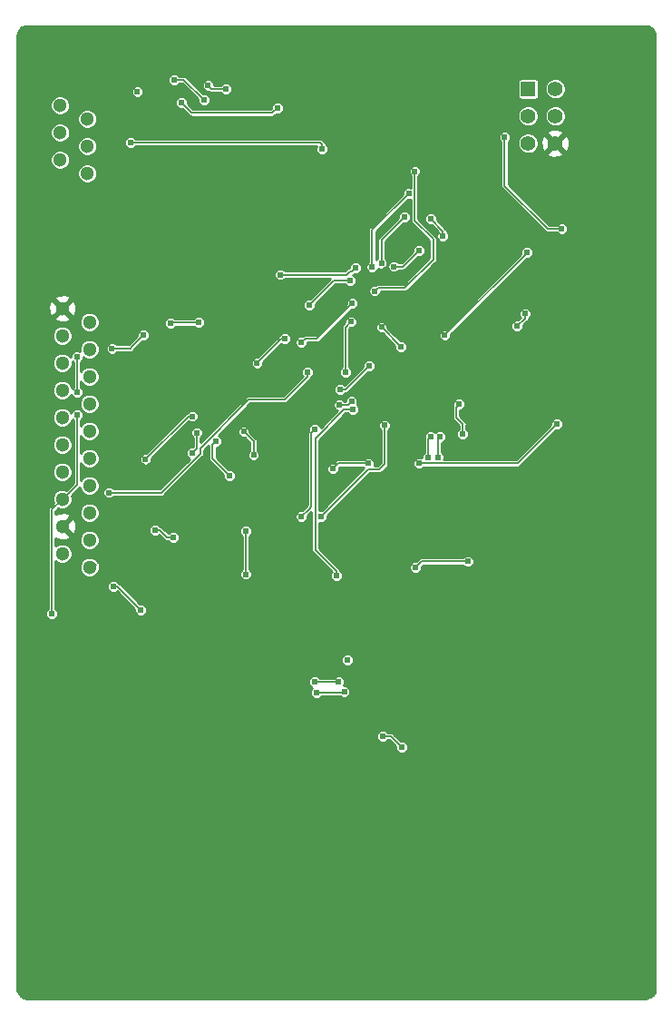
<source format=gbl>
G04 #@! TF.GenerationSoftware,KiCad,Pcbnew,5.0.2-bee76a0~70~ubuntu18.04.1*
G04 #@! TF.CreationDate,2019-04-03T21:09:33-04:00*
G04 #@! TF.ProjectId,Brakelight_Shutdown_BSPD,4272616b-656c-4696-9768-745f53687574,rev?*
G04 #@! TF.SameCoordinates,Original*
G04 #@! TF.FileFunction,Copper,L2,Bot*
G04 #@! TF.FilePolarity,Positive*
%FSLAX46Y46*%
G04 Gerber Fmt 4.6, Leading zero omitted, Abs format (unit mm)*
G04 Created by KiCad (PCBNEW 5.0.2-bee76a0~70~ubuntu18.04.1) date Wed 03 Apr 2019 09:09:33 PM EDT*
%MOMM*%
%LPD*%
G01*
G04 APERTURE LIST*
G04 #@! TA.AperFunction,ComponentPad*
%ADD10C,1.300000*%
G04 #@! TD*
G04 #@! TA.AperFunction,ComponentPad*
%ADD11R,1.400000X1.400000*%
G04 #@! TD*
G04 #@! TA.AperFunction,ComponentPad*
%ADD12C,1.400000*%
G04 #@! TD*
G04 #@! TA.AperFunction,ViaPad*
%ADD13C,0.609600*%
G04 #@! TD*
G04 #@! TA.AperFunction,Conductor*
%ADD14C,0.152400*%
G04 #@! TD*
G04 #@! TA.AperFunction,Conductor*
%ADD15C,0.254000*%
G04 #@! TD*
G04 APERTURE END LIST*
D10*
G04 #@! TO.P,J1,5*
G04 #@! TO.N,/Cooling_Pressure_Sense*
X164896800Y-59842400D03*
G04 #@! TO.P,J1,3*
G04 #@! TO.N,/Shutdown_Sense_BSPD*
X164896800Y-57302400D03*
G04 #@! TO.P,J1,1*
G04 #@! TO.N,/Shutdown_Sense_GLVMS*
X164896800Y-54762400D03*
G04 #@! TO.P,J1,2*
G04 #@! TO.N,/Shutdown_Sense_Estop*
X167436800Y-56032400D03*
G04 #@! TO.P,J1,4*
G04 #@! TO.N,/Shutdown_Sense_TSMS*
X167436800Y-58572400D03*
G04 #@! TO.P,J1,6*
G04 #@! TO.N,/BSPD_Current_Sense*
X167436800Y-61112400D03*
G04 #@! TD*
G04 #@! TO.P,J2,5*
G04 #@! TO.N,/Brake_Switch-*
X165100000Y-78790800D03*
G04 #@! TO.P,J2,3*
G04 #@! TO.N,/BSPD_Relay*
X165100000Y-76250800D03*
G04 #@! TO.P,J2,1*
G04 #@! TO.N,GND*
X165100000Y-73710800D03*
G04 #@! TO.P,J2,7*
G04 #@! TO.N,/CAN_low*
X165100000Y-81330800D03*
G04 #@! TO.P,J2,2*
G04 #@! TO.N,+12V*
X167640000Y-74980800D03*
G04 #@! TO.P,J2,4*
G04 #@! TO.N,VCC*
X167640000Y-77520800D03*
G04 #@! TO.P,J2,6*
G04 #@! TO.N,/CAN_high*
X167640000Y-80060800D03*
G04 #@! TO.P,J2,8*
G04 #@! TO.N,VCC*
X167640000Y-82600800D03*
G04 #@! TO.P,J2,9*
G04 #@! TO.N,/MISO*
X165100000Y-83870800D03*
G04 #@! TO.P,J2,10*
G04 #@! TO.N,/MOSI*
X167640000Y-85140800D03*
G04 #@! TO.P,J2,11*
G04 #@! TO.N,/SCK*
X165100000Y-86410800D03*
G04 #@! TO.P,J2,12*
G04 #@! TO.N,/RESET*
X167640000Y-87680800D03*
G04 #@! TO.P,J2,13*
G04 #@! TO.N,/Cooling_Pump_LSD*
X165100000Y-88950800D03*
G04 #@! TO.P,J2,14*
G04 #@! TO.N,/Brakelight_LSD*
X167640000Y-90220800D03*
G04 #@! TO.P,J2,15*
G04 #@! TO.N,VCC*
X165100000Y-91490800D03*
G04 #@! TO.P,J2,16*
G04 #@! TO.N,/Brake_Pressure_Sense*
X167640000Y-92760800D03*
G04 #@! TO.P,J2,17*
G04 #@! TO.N,GND*
X165100000Y-94030800D03*
G04 #@! TO.P,J2,18*
G04 #@! TO.N,/BSPD_Current_Sense*
X167640000Y-95300800D03*
G04 #@! TO.P,J2,19*
G04 #@! TO.N,/RJ45_LED1*
X165100000Y-96570800D03*
G04 #@! TO.P,J2,20*
G04 #@! TO.N,/RJ45_LED2*
X167640000Y-97840800D03*
G04 #@! TD*
D11*
G04 #@! TO.P,J3,1*
G04 #@! TO.N,/MISO*
X208584800Y-53238400D03*
D12*
G04 #@! TO.P,J3,2*
G04 #@! TO.N,VCC*
X211124800Y-53238400D03*
G04 #@! TO.P,J3,3*
G04 #@! TO.N,/SCK*
X208584800Y-55778400D03*
G04 #@! TO.P,J3,4*
G04 #@! TO.N,/MOSI*
X211124800Y-55778400D03*
G04 #@! TO.P,J3,5*
G04 #@! TO.N,/RESET*
X208584800Y-58318400D03*
G04 #@! TO.P,J3,6*
G04 #@! TO.N,GND*
X211124800Y-58318400D03*
G04 #@! TD*
D13*
G04 #@! TO.N,GND*
X175714564Y-124809091D03*
X175206564Y-109061091D03*
X191970564Y-119729091D03*
X191970564Y-122015091D03*
X193748564Y-122015091D03*
X193748564Y-119729091D03*
X182318564Y-104743091D03*
X187144564Y-104489091D03*
X186128564Y-103473091D03*
X185112564Y-104489091D03*
X184096564Y-103473091D03*
X183334564Y-104489091D03*
X182318564Y-103473091D03*
X181302564Y-124555091D03*
X172008800Y-91846400D03*
X170738800Y-83146900D03*
X183692800Y-82956400D03*
X185153300Y-88798400D03*
X190550800Y-95338900D03*
X186423300Y-92925900D03*
X195313300Y-82956400D03*
X179959000Y-78536800D03*
X173710600Y-70916800D03*
X177876200Y-70561200D03*
X184480200Y-76504800D03*
X175285400Y-93878400D03*
X178409600Y-93776800D03*
X204520800Y-61163200D03*
X197180200Y-72694800D03*
X211582000Y-77470000D03*
X210845400Y-92887800D03*
X207619600Y-80975200D03*
X204063600Y-95250000D03*
X190093600Y-56769000D03*
X194894200Y-56032400D03*
X182575200Y-54254400D03*
X172415200Y-62585600D03*
X178765200Y-61468000D03*
X185064400Y-61569600D03*
X191262000Y-61874400D03*
X195630800Y-62890400D03*
X177546000Y-56286400D03*
G04 #@! TO.N,VCC*
X179428348Y-86106795D03*
X180695600Y-89306400D03*
X202158600Y-82626200D03*
X202484971Y-85441771D03*
X177850800Y-75031600D03*
X175183800Y-75082400D03*
X197027800Y-65201800D03*
X194894200Y-75463400D03*
X196723000Y-77317600D03*
X208280000Y-74193400D03*
X207555629Y-75374971D03*
X194894200Y-69469000D03*
X182245000Y-94488000D03*
X182245000Y-98501200D03*
X169736929Y-77433329D03*
X166471600Y-78232000D03*
X166471600Y-81534000D03*
X166471600Y-83667600D03*
X172694600Y-76200000D03*
X164134800Y-102209600D03*
G04 #@! TO.N,/MISO*
X198018400Y-60909200D03*
X192049400Y-74955400D03*
X194284600Y-72085200D03*
X191526988Y-79665388D03*
G04 #@! TO.N,/SCK*
X211302600Y-84505800D03*
X193675000Y-88163400D03*
X190347600Y-88671400D03*
X182025629Y-85200829D03*
X182956200Y-87401400D03*
X198374000Y-88163400D03*
X211734400Y-66294000D03*
X206400400Y-57708800D03*
G04 #@! TO.N,Net-(C2-Pad1)*
X190703200Y-98653600D03*
X192254585Y-83143798D03*
G04 #@! TO.N,Net-(C11-Pad2)*
X191416664Y-109480191D03*
X188825864Y-109530991D03*
G04 #@! TO.N,Net-(C12-Pad1)*
X188668564Y-108553091D03*
X191716564Y-106521091D03*
X190906400Y-108559600D03*
G04 #@! TO.N,/MOSI*
X191008000Y-81254600D03*
X193751200Y-79043198D03*
X200812400Y-76225400D03*
X208457800Y-68503800D03*
G04 #@! TO.N,/Brake_Pressure_Sense*
X192100200Y-82397600D03*
X173761400Y-94386400D03*
X175437800Y-95072200D03*
X187426600Y-93116400D03*
X190982600Y-82702400D03*
X188671200Y-84988400D03*
G04 #@! TO.N,Net-(IC1-Pad23)*
X199263000Y-87630000D03*
X199466200Y-85648800D03*
G04 #@! TO.N,Net-(IC1-Pad24)*
X200152000Y-87579200D03*
X200329800Y-85674200D03*
G04 #@! TO.N,/RESET*
X177673000Y-85293200D03*
X177215800Y-87223600D03*
X197434200Y-62992000D03*
X194030600Y-69850000D03*
X192176400Y-73228200D03*
X187426600Y-76885800D03*
G04 #@! TO.N,/Shutdown_Sense_TSMS*
X189331600Y-58826400D03*
X171500800Y-58216800D03*
G04 #@! TO.N,/Shutdown_Sense_BSPD*
X180390800Y-53238400D03*
X178714400Y-52933600D03*
X172110400Y-53492400D03*
G04 #@! TO.N,/Shutdown_Sense_GLVMS*
X178308000Y-54254400D03*
X175514000Y-52374800D03*
G04 #@! TO.N,/Shutdown_Sense_Estop*
X185166000Y-55016400D03*
X176225200Y-54508400D03*
G04 #@! TO.N,/BSPD_Relay*
X202946000Y-97307400D03*
X198094600Y-97891600D03*
G04 #@! TO.N,/Brakelight_LSD*
X185851800Y-76555600D03*
X177205600Y-83769200D03*
X183286400Y-78816200D03*
X172872400Y-87757000D03*
G04 #@! TO.N,/RJ45_LED2*
X172440600Y-101828600D03*
X169875200Y-99618800D03*
G04 #@! TO.N,/Brake_Switch_Pressed*
X185445400Y-70561199D03*
X192481200Y-69926200D03*
G04 #@! TO.N,Net-(R12-Pad2)*
X195018564Y-113633091D03*
X196796564Y-114649091D03*
G04 #@! TO.N,/BSPD_Current_Sense*
X199491600Y-65379600D03*
X200634600Y-66954400D03*
X189255400Y-93116400D03*
X196062600Y-69799200D03*
X195173600Y-84607400D03*
X198374000Y-68341200D03*
G04 #@! TO.N,/Cooling_Pump_LSD*
X188163200Y-73380600D03*
X191947800Y-71120000D03*
X191947800Y-71120000D03*
X188010800Y-79654400D03*
X169468800Y-90881200D03*
G04 #@! TD*
D14*
G04 #@! TO.N,VCC*
X179123549Y-87734349D02*
X180695600Y-89306400D01*
X179428348Y-86106795D02*
X179123549Y-86411594D01*
X179123549Y-86411594D02*
X179123549Y-87734349D01*
X201853801Y-82930999D02*
X201853801Y-83870799D01*
X202158600Y-82626200D02*
X201853801Y-82930999D01*
X201853801Y-83870799D02*
X202484971Y-84501969D01*
X202484971Y-84501969D02*
X202484971Y-85441771D01*
X171589700Y-77304900D02*
X172694600Y-76200000D01*
X177850800Y-75031600D02*
X175234600Y-75031600D01*
X175234600Y-75031600D02*
X175183800Y-75082400D01*
X194894200Y-75463400D02*
X196723000Y-77292200D01*
X196723000Y-77292200D02*
X196723000Y-77317600D01*
X208280000Y-74193400D02*
X208280000Y-74650600D01*
X208280000Y-74650600D02*
X207555629Y-75374971D01*
X194894200Y-67335400D02*
X197027800Y-65201800D01*
X194894200Y-69469000D02*
X194894200Y-67335400D01*
X182245000Y-94488000D02*
X182245000Y-98501200D01*
X171461271Y-77433329D02*
X171589700Y-77304900D01*
X169736929Y-77433329D02*
X171461271Y-77433329D01*
X166471600Y-78232000D02*
X166471600Y-81534000D01*
X166471600Y-90119200D02*
X166471600Y-83667600D01*
X165100000Y-91490800D02*
X166471600Y-90119200D01*
X165100000Y-91490800D02*
X164134800Y-92456000D01*
X164134800Y-92456000D02*
X164134800Y-102209600D01*
G04 #@! TO.N,/MISO*
X197967601Y-65504567D02*
X199718871Y-67255837D01*
X197967601Y-60959999D02*
X197967601Y-65504567D01*
X198018400Y-60909200D02*
X197967601Y-60959999D01*
X194589399Y-71780401D02*
X197077270Y-71780401D01*
X197077270Y-71780401D02*
X199718871Y-69138800D01*
X194284600Y-72085200D02*
X194589399Y-71780401D01*
X199718871Y-67255837D02*
X199718871Y-69138800D01*
X199718871Y-69138800D02*
X199718871Y-69190929D01*
X191526988Y-75477812D02*
X192049400Y-74955400D01*
X191526988Y-79665388D02*
X191526988Y-75477812D01*
G04 #@! TO.N,/SCK*
X211302600Y-84505800D02*
X207644999Y-88163401D01*
X193675000Y-88163400D02*
X190855600Y-88163400D01*
X190855600Y-88163400D02*
X190347600Y-88671400D01*
X182025629Y-85200829D02*
X182956200Y-86131400D01*
X182956200Y-86131400D02*
X182956200Y-87401400D01*
X198805053Y-88163401D02*
X207644999Y-88163401D01*
X198374000Y-88163400D02*
X198805053Y-88163401D01*
X211734400Y-66294000D02*
X210413600Y-66294000D01*
X210413600Y-66294000D02*
X206400400Y-62280800D01*
X206400400Y-62280800D02*
X206400400Y-57708800D01*
G04 #@! TO.N,Net-(C2-Pad1)*
X188721999Y-86944201D02*
X188721999Y-85826601D01*
X188721999Y-85826601D02*
X191404802Y-83143798D01*
X191404802Y-83143798D02*
X192254585Y-83143798D01*
X188721999Y-96241347D02*
X188721999Y-96240600D01*
X190703200Y-98222548D02*
X188721999Y-96241347D01*
X190703200Y-98653600D02*
X190703200Y-98222548D01*
X188721999Y-96240600D02*
X188721999Y-86944201D01*
G04 #@! TO.N,Net-(C11-Pad2)*
X191365864Y-109530991D02*
X191416664Y-109480191D01*
X188825864Y-109530991D02*
X191365864Y-109530991D01*
G04 #@! TO.N,Net-(C12-Pad1)*
X188675073Y-108559600D02*
X188668564Y-108553091D01*
X190906400Y-108559600D02*
X188675073Y-108559600D01*
G04 #@! TO.N,/MOSI*
X191439052Y-81254600D02*
X191464452Y-81229200D01*
X191008000Y-81254600D02*
X191439052Y-81254600D01*
X191439052Y-81254600D02*
X191539798Y-81254600D01*
X191539798Y-81254600D02*
X193751200Y-79043198D01*
X200812400Y-76225400D02*
X208457800Y-68580000D01*
X208457800Y-68580000D02*
X208457800Y-68503800D01*
G04 #@! TO.N,/Brake_Pressure_Sense*
X192100200Y-82397600D02*
X191795401Y-82702399D01*
X174192452Y-94386400D02*
X174878252Y-95072200D01*
X173761400Y-94386400D02*
X174192452Y-94386400D01*
X174878252Y-95072200D02*
X175437800Y-95072200D01*
X187426600Y-93116400D02*
X188137800Y-92405200D01*
X191795401Y-82702399D02*
X190982601Y-82702399D01*
X190982601Y-82702399D02*
X190982600Y-82702400D01*
X188366401Y-85293199D02*
X188366401Y-92176599D01*
X188366401Y-92176599D02*
X188137800Y-92405200D01*
X188671200Y-84988400D02*
X188366401Y-85293199D01*
G04 #@! TO.N,Net-(IC1-Pad23)*
X199263000Y-87630000D02*
X199263000Y-85852000D01*
X199263000Y-85852000D02*
X199466200Y-85648800D01*
G04 #@! TO.N,Net-(IC1-Pad24)*
X200152000Y-87579200D02*
X200152000Y-85852000D01*
X200152000Y-85852000D02*
X200329800Y-85674200D01*
G04 #@! TO.N,/RESET*
X177673000Y-85293200D02*
X177673000Y-85724252D01*
X177673000Y-85724252D02*
X177673000Y-86766400D01*
X177673000Y-86766400D02*
X177215800Y-87223600D01*
X197434200Y-62992000D02*
X194030600Y-66395600D01*
X194030600Y-66395600D02*
X194030600Y-69850000D01*
X192176400Y-73228200D02*
X188874400Y-76530200D01*
X188874400Y-76530200D02*
X187782200Y-76530200D01*
X187782200Y-76530200D02*
X187426600Y-76885800D01*
G04 #@! TO.N,/Shutdown_Sense_TSMS*
X189331600Y-58395348D02*
X189153052Y-58216800D01*
X189331600Y-58826400D02*
X189331600Y-58395348D01*
X189153052Y-58216800D02*
X171500800Y-58216800D01*
G04 #@! TO.N,/Shutdown_Sense_BSPD*
X180390800Y-53238400D02*
X179019200Y-53238400D01*
X179019200Y-53238400D02*
X178714400Y-52933600D01*
G04 #@! TO.N,/Shutdown_Sense_GLVMS*
X176428400Y-52374800D02*
X178308000Y-54254400D01*
X176428400Y-52374800D02*
X175514000Y-52374800D01*
G04 #@! TO.N,/Shutdown_Sense_Estop*
X185166000Y-55016400D02*
X184708800Y-55473600D01*
X184708800Y-55473600D02*
X177190400Y-55473600D01*
X177190400Y-55473600D02*
X176225200Y-54508400D01*
G04 #@! TO.N,/BSPD_Relay*
X202946000Y-97307400D02*
X198678800Y-97307400D01*
X198678800Y-97307400D02*
X198094600Y-97891600D01*
G04 #@! TO.N,/Brakelight_LSD*
X185547000Y-76555600D02*
X185851800Y-76555600D01*
X183286400Y-78816200D02*
X185547000Y-76555600D01*
X176860200Y-83769200D02*
X177205600Y-83769200D01*
X172872400Y-87757000D02*
X176860200Y-83769200D01*
G04 #@! TO.N,/RJ45_LED2*
X168236900Y-97624900D02*
X168008300Y-97624900D01*
X172440600Y-101828600D02*
X170230800Y-99618800D01*
X170230800Y-99618800D02*
X169875200Y-99618800D01*
G04 #@! TO.N,/Brake_Switch_Pressed*
X185445400Y-70561199D02*
X191636401Y-70561199D01*
X191636401Y-70561199D02*
X191941200Y-70256400D01*
X191941200Y-70256400D02*
X192151000Y-70256400D01*
X192151000Y-70256400D02*
X192481200Y-69926200D01*
G04 #@! TO.N,Net-(R12-Pad2)*
X195780564Y-113633091D02*
X196796564Y-114649091D01*
X195018564Y-113633091D02*
X195780564Y-113633091D01*
G04 #@! TO.N,/BSPD_Current_Sense*
X199491600Y-65379600D02*
X200634600Y-66522600D01*
X200634600Y-66522600D02*
X200634600Y-66954400D01*
X193649600Y-88722200D02*
X189255400Y-93116400D01*
X195173600Y-88238852D02*
X194690252Y-88722200D01*
X194690252Y-88722200D02*
X193649600Y-88722200D01*
X195173600Y-87807800D02*
X195173600Y-88238852D01*
X196062600Y-69799200D02*
X196898140Y-69799200D01*
X195173600Y-87807800D02*
X195173600Y-84607400D01*
X198051341Y-68645999D02*
X196898140Y-69799200D01*
X198069201Y-68645999D02*
X198051341Y-68645999D01*
X198374000Y-68341200D02*
X198069201Y-68645999D01*
G04 #@! TO.N,/Cooling_Pump_LSD*
X188163200Y-73380600D02*
X190423800Y-71120000D01*
X190423800Y-71120000D02*
X191947800Y-71120000D01*
X188010800Y-80085452D02*
X185874943Y-82221309D01*
X188010800Y-79654400D02*
X188010800Y-80085452D01*
X174345333Y-90883501D02*
X177977809Y-87251025D01*
X177977809Y-87251025D02*
X177977809Y-86767900D01*
X177977809Y-86767900D02*
X182524400Y-82221309D01*
X185874943Y-82221309D02*
X182524400Y-82221309D01*
X174345333Y-90883501D02*
X169471101Y-90883501D01*
X169471101Y-90883501D02*
X169468800Y-90881200D01*
G04 #@! TD*
D15*
G04 #@! TO.N,GND*
G36*
X219845610Y-47428609D02*
X220111713Y-47582244D01*
X220309224Y-47817627D01*
X220420113Y-48122293D01*
X220433610Y-48276561D01*
X220433611Y-137126802D01*
X220374401Y-137462600D01*
X220220765Y-137728705D01*
X219985382Y-137926214D01*
X219680717Y-138037103D01*
X219526448Y-138050600D01*
X161831193Y-138050600D01*
X161495400Y-137991391D01*
X161229295Y-137837755D01*
X161031786Y-137602372D01*
X160920897Y-137297707D01*
X160907400Y-137143438D01*
X160907400Y-113516886D01*
X194434364Y-113516886D01*
X194434364Y-113749296D01*
X194523303Y-113964014D01*
X194687641Y-114128352D01*
X194902359Y-114217291D01*
X195134769Y-114217291D01*
X195349487Y-114128352D01*
X195489148Y-113988691D01*
X195633270Y-113988691D01*
X196212364Y-114567786D01*
X196212364Y-114765296D01*
X196301303Y-114980014D01*
X196465641Y-115144352D01*
X196680359Y-115233291D01*
X196912769Y-115233291D01*
X197127487Y-115144352D01*
X197291825Y-114980014D01*
X197380764Y-114765296D01*
X197380764Y-114532886D01*
X197291825Y-114318168D01*
X197127487Y-114153830D01*
X196912769Y-114064891D01*
X196715259Y-114064891D01*
X196056775Y-113406408D01*
X196036937Y-113376718D01*
X195919312Y-113298124D01*
X195815584Y-113277491D01*
X195780564Y-113270525D01*
X195745544Y-113277491D01*
X195489148Y-113277491D01*
X195349487Y-113137830D01*
X195134769Y-113048891D01*
X194902359Y-113048891D01*
X194687641Y-113137830D01*
X194523303Y-113302168D01*
X194434364Y-113516886D01*
X160907400Y-113516886D01*
X160907400Y-108436886D01*
X188084364Y-108436886D01*
X188084364Y-108669296D01*
X188173303Y-108884014D01*
X188337641Y-109048352D01*
X188439944Y-109090727D01*
X188330603Y-109200068D01*
X188241664Y-109414786D01*
X188241664Y-109647196D01*
X188330603Y-109861914D01*
X188494941Y-110026252D01*
X188709659Y-110115191D01*
X188942069Y-110115191D01*
X189156787Y-110026252D01*
X189296448Y-109886591D01*
X190996880Y-109886591D01*
X191085741Y-109975452D01*
X191300459Y-110064391D01*
X191532869Y-110064391D01*
X191747587Y-109975452D01*
X191911925Y-109811114D01*
X192000864Y-109596396D01*
X192000864Y-109363986D01*
X191911925Y-109149268D01*
X191747587Y-108984930D01*
X191532869Y-108895991D01*
X191396193Y-108895991D01*
X191401661Y-108890523D01*
X191490600Y-108675805D01*
X191490600Y-108443395D01*
X191401661Y-108228677D01*
X191237323Y-108064339D01*
X191022605Y-107975400D01*
X190790195Y-107975400D01*
X190575477Y-108064339D01*
X190435816Y-108204000D01*
X189145657Y-108204000D01*
X188999487Y-108057830D01*
X188784769Y-107968891D01*
X188552359Y-107968891D01*
X188337641Y-108057830D01*
X188173303Y-108222168D01*
X188084364Y-108436886D01*
X160907400Y-108436886D01*
X160907400Y-106404886D01*
X191132364Y-106404886D01*
X191132364Y-106637296D01*
X191221303Y-106852014D01*
X191385641Y-107016352D01*
X191600359Y-107105291D01*
X191832769Y-107105291D01*
X192047487Y-107016352D01*
X192211825Y-106852014D01*
X192300764Y-106637296D01*
X192300764Y-106404886D01*
X192211825Y-106190168D01*
X192047487Y-106025830D01*
X191832769Y-105936891D01*
X191600359Y-105936891D01*
X191385641Y-106025830D01*
X191221303Y-106190168D01*
X191132364Y-106404886D01*
X160907400Y-106404886D01*
X160907400Y-102093395D01*
X163550600Y-102093395D01*
X163550600Y-102325805D01*
X163639539Y-102540523D01*
X163803877Y-102704861D01*
X164018595Y-102793800D01*
X164251005Y-102793800D01*
X164465723Y-102704861D01*
X164630061Y-102540523D01*
X164719000Y-102325805D01*
X164719000Y-102093395D01*
X164630061Y-101878677D01*
X164490400Y-101739016D01*
X164490400Y-99502595D01*
X169291000Y-99502595D01*
X169291000Y-99735005D01*
X169379939Y-99949723D01*
X169544277Y-100114061D01*
X169758995Y-100203000D01*
X169991405Y-100203000D01*
X170206123Y-100114061D01*
X170214645Y-100105539D01*
X171856400Y-101747294D01*
X171856400Y-101944805D01*
X171945339Y-102159523D01*
X172109677Y-102323861D01*
X172324395Y-102412800D01*
X172556805Y-102412800D01*
X172771523Y-102323861D01*
X172935861Y-102159523D01*
X173024800Y-101944805D01*
X173024800Y-101712395D01*
X172935861Y-101497677D01*
X172771523Y-101333339D01*
X172556805Y-101244400D01*
X172359294Y-101244400D01*
X170507011Y-99392117D01*
X170487173Y-99362427D01*
X170369548Y-99283833D01*
X170365640Y-99283056D01*
X170206123Y-99123539D01*
X169991405Y-99034600D01*
X169758995Y-99034600D01*
X169544277Y-99123539D01*
X169379939Y-99287877D01*
X169291000Y-99502595D01*
X164490400Y-99502595D01*
X164490400Y-97655931D01*
X166710600Y-97655931D01*
X166710600Y-98025669D01*
X166852093Y-98367263D01*
X167113537Y-98628707D01*
X167455131Y-98770200D01*
X167824869Y-98770200D01*
X168166463Y-98628707D01*
X168427907Y-98367263D01*
X168569400Y-98025669D01*
X168569400Y-97767340D01*
X168571867Y-97763648D01*
X168599466Y-97624900D01*
X168571867Y-97486152D01*
X168493273Y-97368527D01*
X168433929Y-97328875D01*
X168427907Y-97314337D01*
X168166463Y-97052893D01*
X167824869Y-96911400D01*
X167455131Y-96911400D01*
X167113537Y-97052893D01*
X166852093Y-97314337D01*
X166710600Y-97655931D01*
X164490400Y-97655931D01*
X164490400Y-97275570D01*
X164573537Y-97358707D01*
X164915131Y-97500200D01*
X165284869Y-97500200D01*
X165626463Y-97358707D01*
X165887907Y-97097263D01*
X166029400Y-96755669D01*
X166029400Y-96385931D01*
X165887907Y-96044337D01*
X165626463Y-95782893D01*
X165284869Y-95641400D01*
X164915131Y-95641400D01*
X164573537Y-95782893D01*
X164490400Y-95866030D01*
X164490400Y-95179247D01*
X164919078Y-95328422D01*
X165429428Y-95298883D01*
X165763729Y-95160411D01*
X165774469Y-95115931D01*
X166710600Y-95115931D01*
X166710600Y-95485669D01*
X166852093Y-95827263D01*
X167113537Y-96088707D01*
X167455131Y-96230200D01*
X167824869Y-96230200D01*
X168166463Y-96088707D01*
X168427907Y-95827263D01*
X168569400Y-95485669D01*
X168569400Y-95115931D01*
X168427907Y-94774337D01*
X168166463Y-94512893D01*
X167824869Y-94371400D01*
X167455131Y-94371400D01*
X167113537Y-94512893D01*
X166852093Y-94774337D01*
X166710600Y-95115931D01*
X165774469Y-95115931D01*
X165819410Y-94929816D01*
X165100000Y-94210405D01*
X165085858Y-94224548D01*
X164906252Y-94044942D01*
X164920395Y-94030800D01*
X165279605Y-94030800D01*
X165999016Y-94750210D01*
X166229611Y-94694529D01*
X166377274Y-94270195D01*
X173177200Y-94270195D01*
X173177200Y-94502605D01*
X173266139Y-94717323D01*
X173430477Y-94881661D01*
X173645195Y-94970600D01*
X173877605Y-94970600D01*
X174092323Y-94881661D01*
X174138571Y-94835413D01*
X174602043Y-95298886D01*
X174621879Y-95328573D01*
X174651566Y-95348409D01*
X174651567Y-95348410D01*
X174739504Y-95407167D01*
X174878252Y-95434766D01*
X174913272Y-95427800D01*
X174967216Y-95427800D01*
X175106877Y-95567461D01*
X175321595Y-95656400D01*
X175554005Y-95656400D01*
X175768723Y-95567461D01*
X175933061Y-95403123D01*
X176022000Y-95188405D01*
X176022000Y-94955995D01*
X175933061Y-94741277D01*
X175768723Y-94576939D01*
X175554005Y-94488000D01*
X175321595Y-94488000D01*
X175106877Y-94576939D01*
X174996381Y-94687435D01*
X174680741Y-94371795D01*
X181660800Y-94371795D01*
X181660800Y-94604205D01*
X181749739Y-94818923D01*
X181889400Y-94958584D01*
X181889401Y-98030615D01*
X181749739Y-98170277D01*
X181660800Y-98384995D01*
X181660800Y-98617405D01*
X181749739Y-98832123D01*
X181914077Y-98996461D01*
X182128795Y-99085400D01*
X182361205Y-99085400D01*
X182575923Y-98996461D01*
X182740261Y-98832123D01*
X182829200Y-98617405D01*
X182829200Y-98384995D01*
X182740261Y-98170277D01*
X182600600Y-98030616D01*
X182600600Y-94958584D01*
X182740261Y-94818923D01*
X182829200Y-94604205D01*
X182829200Y-94371795D01*
X182740261Y-94157077D01*
X182575923Y-93992739D01*
X182361205Y-93903800D01*
X182128795Y-93903800D01*
X181914077Y-93992739D01*
X181749739Y-94157077D01*
X181660800Y-94371795D01*
X174680741Y-94371795D01*
X174468663Y-94159717D01*
X174448825Y-94130027D01*
X174331200Y-94051433D01*
X174233104Y-94031920D01*
X174092323Y-93891139D01*
X173877605Y-93802200D01*
X173645195Y-93802200D01*
X173430477Y-93891139D01*
X173266139Y-94055477D01*
X173177200Y-94270195D01*
X166377274Y-94270195D01*
X166397622Y-94211722D01*
X166368083Y-93701372D01*
X166229611Y-93367071D01*
X165999016Y-93311390D01*
X165279605Y-94030800D01*
X164920395Y-94030800D01*
X164906252Y-94016658D01*
X165085858Y-93837052D01*
X165100000Y-93851195D01*
X165819410Y-93131784D01*
X165763729Y-92901189D01*
X165280922Y-92733178D01*
X164770572Y-92762717D01*
X164490400Y-92878768D01*
X164490400Y-92603294D01*
X164517763Y-92575931D01*
X166710600Y-92575931D01*
X166710600Y-92945669D01*
X166852093Y-93287263D01*
X167113537Y-93548707D01*
X167455131Y-93690200D01*
X167824869Y-93690200D01*
X168166463Y-93548707D01*
X168427907Y-93287263D01*
X168546814Y-93000195D01*
X186842400Y-93000195D01*
X186842400Y-93232605D01*
X186931339Y-93447323D01*
X187095677Y-93611661D01*
X187310395Y-93700600D01*
X187542805Y-93700600D01*
X187757523Y-93611661D01*
X187921861Y-93447323D01*
X188010800Y-93232605D01*
X188010800Y-93035094D01*
X188366399Y-92679496D01*
X188366399Y-96206327D01*
X188359433Y-96241347D01*
X188366399Y-96276366D01*
X188387032Y-96380094D01*
X188465626Y-96497719D01*
X188495314Y-96517556D01*
X190254187Y-98276429D01*
X190207939Y-98322677D01*
X190119000Y-98537395D01*
X190119000Y-98769805D01*
X190207939Y-98984523D01*
X190372277Y-99148861D01*
X190586995Y-99237800D01*
X190819405Y-99237800D01*
X191034123Y-99148861D01*
X191198461Y-98984523D01*
X191287400Y-98769805D01*
X191287400Y-98537395D01*
X191198461Y-98322677D01*
X191057680Y-98181896D01*
X191038167Y-98083800D01*
X190959573Y-97966175D01*
X190929883Y-97946337D01*
X190758941Y-97775395D01*
X197510400Y-97775395D01*
X197510400Y-98007805D01*
X197599339Y-98222523D01*
X197763677Y-98386861D01*
X197978395Y-98475800D01*
X198210805Y-98475800D01*
X198425523Y-98386861D01*
X198589861Y-98222523D01*
X198678800Y-98007805D01*
X198678800Y-97810294D01*
X198826094Y-97663000D01*
X202475416Y-97663000D01*
X202615077Y-97802661D01*
X202829795Y-97891600D01*
X203062205Y-97891600D01*
X203276923Y-97802661D01*
X203441261Y-97638323D01*
X203530200Y-97423605D01*
X203530200Y-97191195D01*
X203441261Y-96976477D01*
X203276923Y-96812139D01*
X203062205Y-96723200D01*
X202829795Y-96723200D01*
X202615077Y-96812139D01*
X202475416Y-96951800D01*
X198713820Y-96951800D01*
X198678800Y-96944834D01*
X198643780Y-96951800D01*
X198540052Y-96972433D01*
X198422427Y-97051027D01*
X198402589Y-97080717D01*
X198175906Y-97307400D01*
X197978395Y-97307400D01*
X197763677Y-97396339D01*
X197599339Y-97560677D01*
X197510400Y-97775395D01*
X190758941Y-97775395D01*
X189077599Y-96094053D01*
X189077599Y-93675086D01*
X189139195Y-93700600D01*
X189371605Y-93700600D01*
X189586323Y-93611661D01*
X189750661Y-93447323D01*
X189839600Y-93232605D01*
X189839600Y-93035094D01*
X193796894Y-89077800D01*
X194655232Y-89077800D01*
X194690252Y-89084766D01*
X194725272Y-89077800D01*
X194829000Y-89057167D01*
X194946625Y-88978573D01*
X194966463Y-88948883D01*
X195400283Y-88515063D01*
X195429973Y-88495225D01*
X195508567Y-88377600D01*
X195529200Y-88273872D01*
X195529200Y-88273868D01*
X195536165Y-88238853D01*
X195529200Y-88203838D01*
X195529200Y-88047195D01*
X197789800Y-88047195D01*
X197789800Y-88279605D01*
X197878739Y-88494323D01*
X198043077Y-88658661D01*
X198257795Y-88747600D01*
X198490205Y-88747600D01*
X198704923Y-88658661D01*
X198844583Y-88519001D01*
X207609979Y-88519001D01*
X207644999Y-88525967D01*
X207680019Y-88519001D01*
X207783747Y-88498368D01*
X207901372Y-88419774D01*
X207921210Y-88390084D01*
X211221295Y-85090000D01*
X211418805Y-85090000D01*
X211633523Y-85001061D01*
X211797861Y-84836723D01*
X211886800Y-84622005D01*
X211886800Y-84389595D01*
X211797861Y-84174877D01*
X211633523Y-84010539D01*
X211418805Y-83921600D01*
X211186395Y-83921600D01*
X210971677Y-84010539D01*
X210807339Y-84174877D01*
X210718400Y-84389595D01*
X210718400Y-84587105D01*
X207497705Y-87807801D01*
X200689644Y-87807801D01*
X200736200Y-87695405D01*
X200736200Y-87462995D01*
X200647261Y-87248277D01*
X200507600Y-87108616D01*
X200507600Y-86232887D01*
X200660723Y-86169461D01*
X200825061Y-86005123D01*
X200914000Y-85790405D01*
X200914000Y-85557995D01*
X200825061Y-85343277D01*
X200660723Y-85178939D01*
X200446005Y-85090000D01*
X200213595Y-85090000D01*
X199998877Y-85178939D01*
X199910700Y-85267116D01*
X199797123Y-85153539D01*
X199582405Y-85064600D01*
X199349995Y-85064600D01*
X199135277Y-85153539D01*
X198970939Y-85317877D01*
X198882000Y-85532595D01*
X198882000Y-85765005D01*
X198906144Y-85823294D01*
X198900434Y-85852000D01*
X198907401Y-85887025D01*
X198907400Y-87159416D01*
X198767739Y-87299077D01*
X198678800Y-87513795D01*
X198678800Y-87657319D01*
X198490205Y-87579200D01*
X198257795Y-87579200D01*
X198043077Y-87668139D01*
X197878739Y-87832477D01*
X197789800Y-88047195D01*
X195529200Y-88047195D01*
X195529200Y-85077984D01*
X195668861Y-84938323D01*
X195757800Y-84723605D01*
X195757800Y-84491195D01*
X195668861Y-84276477D01*
X195504523Y-84112139D01*
X195289805Y-84023200D01*
X195057395Y-84023200D01*
X194842677Y-84112139D01*
X194678339Y-84276477D01*
X194589400Y-84491195D01*
X194589400Y-84723605D01*
X194678339Y-84938323D01*
X194818001Y-85077985D01*
X194818000Y-87772780D01*
X194818000Y-88091558D01*
X194542958Y-88366600D01*
X194223166Y-88366600D01*
X194259200Y-88279605D01*
X194259200Y-88047195D01*
X194170261Y-87832477D01*
X194005923Y-87668139D01*
X193791205Y-87579200D01*
X193558795Y-87579200D01*
X193344077Y-87668139D01*
X193204416Y-87807800D01*
X190890614Y-87807800D01*
X190855599Y-87800835D01*
X190820584Y-87807800D01*
X190820580Y-87807800D01*
X190716852Y-87828433D01*
X190599227Y-87907027D01*
X190579389Y-87936717D01*
X190428906Y-88087200D01*
X190231395Y-88087200D01*
X190016677Y-88176139D01*
X189852339Y-88340477D01*
X189763400Y-88555195D01*
X189763400Y-88787605D01*
X189852339Y-89002323D01*
X190016677Y-89166661D01*
X190231395Y-89255600D01*
X190463805Y-89255600D01*
X190678523Y-89166661D01*
X190842861Y-89002323D01*
X190931800Y-88787605D01*
X190931800Y-88590094D01*
X191002894Y-88519000D01*
X193204416Y-88519000D01*
X193277161Y-88591745D01*
X189336706Y-92532200D01*
X189139195Y-92532200D01*
X189077599Y-92557714D01*
X189077599Y-85973895D01*
X191552096Y-83499398D01*
X191784001Y-83499398D01*
X191923662Y-83639059D01*
X192138380Y-83727998D01*
X192370790Y-83727998D01*
X192585508Y-83639059D01*
X192749846Y-83474721D01*
X192838785Y-83260003D01*
X192838785Y-83027593D01*
X192798775Y-82930999D01*
X201491235Y-82930999D01*
X201498201Y-82966019D01*
X201498202Y-83835775D01*
X201491235Y-83870799D01*
X201518834Y-84009546D01*
X201577591Y-84097483D01*
X201577593Y-84097485D01*
X201597429Y-84127172D01*
X201627116Y-84147008D01*
X202129371Y-84649263D01*
X202129371Y-84971187D01*
X201989710Y-85110848D01*
X201900771Y-85325566D01*
X201900771Y-85557976D01*
X201989710Y-85772694D01*
X202154048Y-85937032D01*
X202368766Y-86025971D01*
X202601176Y-86025971D01*
X202815894Y-85937032D01*
X202980232Y-85772694D01*
X203069171Y-85557976D01*
X203069171Y-85325566D01*
X202980232Y-85110848D01*
X202840571Y-84971187D01*
X202840571Y-84536987D01*
X202847537Y-84501968D01*
X202826709Y-84397263D01*
X202819938Y-84363221D01*
X202741343Y-84245596D01*
X202711656Y-84225760D01*
X202209401Y-83723505D01*
X202209401Y-83210400D01*
X202274805Y-83210400D01*
X202489523Y-83121461D01*
X202653861Y-82957123D01*
X202742800Y-82742405D01*
X202742800Y-82509995D01*
X202653861Y-82295277D01*
X202489523Y-82130939D01*
X202274805Y-82042000D01*
X202042395Y-82042000D01*
X201827677Y-82130939D01*
X201663339Y-82295277D01*
X201574400Y-82509995D01*
X201574400Y-82709091D01*
X201518834Y-82792252D01*
X201491235Y-82930999D01*
X192798775Y-82930999D01*
X192749846Y-82812875D01*
X192615973Y-82679002D01*
X192684400Y-82513805D01*
X192684400Y-82281395D01*
X192595461Y-82066677D01*
X192431123Y-81902339D01*
X192216405Y-81813400D01*
X191983995Y-81813400D01*
X191769277Y-81902339D01*
X191604939Y-82066677D01*
X191516000Y-82281395D01*
X191516000Y-82346799D01*
X191453183Y-82346799D01*
X191313523Y-82207139D01*
X191098805Y-82118200D01*
X190866395Y-82118200D01*
X190651677Y-82207139D01*
X190487339Y-82371477D01*
X190398400Y-82586195D01*
X190398400Y-82818605D01*
X190487339Y-83033323D01*
X190651677Y-83197661D01*
X190790530Y-83255176D01*
X189231415Y-84814291D01*
X189166461Y-84657477D01*
X189002123Y-84493139D01*
X188787405Y-84404200D01*
X188554995Y-84404200D01*
X188340277Y-84493139D01*
X188175939Y-84657477D01*
X188087000Y-84872195D01*
X188087000Y-85071291D01*
X188031434Y-85154452D01*
X188003835Y-85293199D01*
X188010801Y-85328219D01*
X188010802Y-92029303D01*
X187911115Y-92128990D01*
X187507906Y-92532200D01*
X187310395Y-92532200D01*
X187095677Y-92621139D01*
X186931339Y-92785477D01*
X186842400Y-93000195D01*
X168546814Y-93000195D01*
X168569400Y-92945669D01*
X168569400Y-92575931D01*
X168427907Y-92234337D01*
X168166463Y-91972893D01*
X167824869Y-91831400D01*
X167455131Y-91831400D01*
X167113537Y-91972893D01*
X166852093Y-92234337D01*
X166710600Y-92575931D01*
X164517763Y-92575931D01*
X164744268Y-92349426D01*
X164915131Y-92420200D01*
X165284869Y-92420200D01*
X165626463Y-92278707D01*
X165887907Y-92017263D01*
X166029400Y-91675669D01*
X166029400Y-91305931D01*
X165958626Y-91135068D01*
X166698285Y-90395409D01*
X166710600Y-90387181D01*
X166710600Y-90405669D01*
X166852093Y-90747263D01*
X167113537Y-91008707D01*
X167455131Y-91150200D01*
X167824869Y-91150200D01*
X168166463Y-91008707D01*
X168410175Y-90764995D01*
X168884600Y-90764995D01*
X168884600Y-90997405D01*
X168973539Y-91212123D01*
X169137877Y-91376461D01*
X169352595Y-91465400D01*
X169585005Y-91465400D01*
X169799723Y-91376461D01*
X169937083Y-91239101D01*
X174310313Y-91239101D01*
X174345333Y-91246067D01*
X174380353Y-91239101D01*
X174484081Y-91218468D01*
X174601706Y-91139874D01*
X174621544Y-91110184D01*
X178204497Y-87527232D01*
X178234181Y-87507398D01*
X178254016Y-87477713D01*
X178254019Y-87477710D01*
X178312776Y-87389773D01*
X178340375Y-87251025D01*
X178333409Y-87216005D01*
X178333409Y-86915194D01*
X178767949Y-86480654D01*
X178767950Y-87699324D01*
X178760983Y-87734349D01*
X178788582Y-87873096D01*
X178847339Y-87961033D01*
X178847341Y-87961035D01*
X178867177Y-87990722D01*
X178896864Y-88010558D01*
X180111400Y-89225095D01*
X180111400Y-89422605D01*
X180200339Y-89637323D01*
X180364677Y-89801661D01*
X180579395Y-89890600D01*
X180811805Y-89890600D01*
X181026523Y-89801661D01*
X181190861Y-89637323D01*
X181279800Y-89422605D01*
X181279800Y-89190195D01*
X181190861Y-88975477D01*
X181026523Y-88811139D01*
X180811805Y-88722200D01*
X180614295Y-88722200D01*
X179479149Y-87587055D01*
X179479149Y-86690995D01*
X179544553Y-86690995D01*
X179759271Y-86602056D01*
X179923609Y-86437718D01*
X180012548Y-86223000D01*
X180012548Y-85990590D01*
X179923609Y-85775872D01*
X179759271Y-85611534D01*
X179672861Y-85575742D01*
X180163979Y-85084624D01*
X181441429Y-85084624D01*
X181441429Y-85317034D01*
X181530368Y-85531752D01*
X181694706Y-85696090D01*
X181909424Y-85785029D01*
X182106935Y-85785029D01*
X182600600Y-86278694D01*
X182600601Y-86930815D01*
X182460939Y-87070477D01*
X182372000Y-87285195D01*
X182372000Y-87517605D01*
X182460939Y-87732323D01*
X182625277Y-87896661D01*
X182839995Y-87985600D01*
X183072405Y-87985600D01*
X183287123Y-87896661D01*
X183451461Y-87732323D01*
X183540400Y-87517605D01*
X183540400Y-87285195D01*
X183451461Y-87070477D01*
X183311800Y-86930816D01*
X183311800Y-86166418D01*
X183318766Y-86131399D01*
X183304408Y-86059219D01*
X183291167Y-85992652D01*
X183212572Y-85875027D01*
X183182885Y-85855191D01*
X182609829Y-85282135D01*
X182609829Y-85084624D01*
X182520890Y-84869906D01*
X182356552Y-84705568D01*
X182141834Y-84616629D01*
X181909424Y-84616629D01*
X181694706Y-84705568D01*
X181530368Y-84869906D01*
X181441429Y-85084624D01*
X180163979Y-85084624D01*
X182671695Y-82576909D01*
X185839923Y-82576909D01*
X185874943Y-82583875D01*
X185909963Y-82576909D01*
X186013691Y-82556276D01*
X186131316Y-82477682D01*
X186151154Y-82447992D01*
X187460751Y-81138395D01*
X190423800Y-81138395D01*
X190423800Y-81370805D01*
X190512739Y-81585523D01*
X190677077Y-81749861D01*
X190891795Y-81838800D01*
X191124205Y-81838800D01*
X191338923Y-81749861D01*
X191478584Y-81610200D01*
X191504778Y-81610200D01*
X191539798Y-81617166D01*
X191574818Y-81610200D01*
X191678546Y-81589567D01*
X191796171Y-81510973D01*
X191816009Y-81481283D01*
X193669895Y-79627398D01*
X193867405Y-79627398D01*
X194082123Y-79538459D01*
X194246461Y-79374121D01*
X194335400Y-79159403D01*
X194335400Y-78926993D01*
X194246461Y-78712275D01*
X194082123Y-78547937D01*
X193867405Y-78458998D01*
X193634995Y-78458998D01*
X193420277Y-78547937D01*
X193255939Y-78712275D01*
X193167000Y-78926993D01*
X193167000Y-79124503D01*
X191435544Y-80855960D01*
X191338923Y-80759339D01*
X191124205Y-80670400D01*
X190891795Y-80670400D01*
X190677077Y-80759339D01*
X190512739Y-80923677D01*
X190423800Y-81138395D01*
X187460751Y-81138395D01*
X188237486Y-80361661D01*
X188267173Y-80341825D01*
X188345767Y-80224200D01*
X188365280Y-80126104D01*
X188506061Y-79985323D01*
X188595000Y-79770605D01*
X188595000Y-79549183D01*
X190942788Y-79549183D01*
X190942788Y-79781593D01*
X191031727Y-79996311D01*
X191196065Y-80160649D01*
X191410783Y-80249588D01*
X191643193Y-80249588D01*
X191857911Y-80160649D01*
X192022249Y-79996311D01*
X192111188Y-79781593D01*
X192111188Y-79549183D01*
X192022249Y-79334465D01*
X191882588Y-79194804D01*
X191882588Y-75625106D01*
X191968094Y-75539600D01*
X192165605Y-75539600D01*
X192380323Y-75450661D01*
X192483789Y-75347195D01*
X194310000Y-75347195D01*
X194310000Y-75579605D01*
X194398939Y-75794323D01*
X194563277Y-75958661D01*
X194777995Y-76047600D01*
X194975506Y-76047600D01*
X196138800Y-77210895D01*
X196138800Y-77433805D01*
X196227739Y-77648523D01*
X196392077Y-77812861D01*
X196606795Y-77901800D01*
X196839205Y-77901800D01*
X197053923Y-77812861D01*
X197218261Y-77648523D01*
X197307200Y-77433805D01*
X197307200Y-77201395D01*
X197218261Y-76986677D01*
X197053923Y-76822339D01*
X196839205Y-76733400D01*
X196667095Y-76733400D01*
X196042890Y-76109195D01*
X200228200Y-76109195D01*
X200228200Y-76341605D01*
X200317139Y-76556323D01*
X200481477Y-76720661D01*
X200696195Y-76809600D01*
X200928605Y-76809600D01*
X201143323Y-76720661D01*
X201307661Y-76556323D01*
X201396600Y-76341605D01*
X201396600Y-76144094D01*
X202281928Y-75258766D01*
X206971429Y-75258766D01*
X206971429Y-75491176D01*
X207060368Y-75705894D01*
X207224706Y-75870232D01*
X207439424Y-75959171D01*
X207671834Y-75959171D01*
X207886552Y-75870232D01*
X208050890Y-75705894D01*
X208139829Y-75491176D01*
X208139829Y-75293665D01*
X208506683Y-74926811D01*
X208536373Y-74906973D01*
X208614967Y-74789348D01*
X208635600Y-74685620D01*
X208635600Y-74685616D01*
X208640971Y-74658613D01*
X208775261Y-74524323D01*
X208864200Y-74309605D01*
X208864200Y-74077195D01*
X208775261Y-73862477D01*
X208610923Y-73698139D01*
X208396205Y-73609200D01*
X208163795Y-73609200D01*
X207949077Y-73698139D01*
X207784739Y-73862477D01*
X207695800Y-74077195D01*
X207695800Y-74309605D01*
X207784739Y-74524323D01*
X207844061Y-74583645D01*
X207636935Y-74790771D01*
X207439424Y-74790771D01*
X207224706Y-74879710D01*
X207060368Y-75044048D01*
X206971429Y-75258766D01*
X202281928Y-75258766D01*
X208452694Y-69088000D01*
X208574005Y-69088000D01*
X208788723Y-68999061D01*
X208953061Y-68834723D01*
X209042000Y-68620005D01*
X209042000Y-68387595D01*
X208953061Y-68172877D01*
X208788723Y-68008539D01*
X208574005Y-67919600D01*
X208341595Y-67919600D01*
X208126877Y-68008539D01*
X207962539Y-68172877D01*
X207873600Y-68387595D01*
X207873600Y-68620005D01*
X207885697Y-68649209D01*
X200893706Y-75641200D01*
X200696195Y-75641200D01*
X200481477Y-75730139D01*
X200317139Y-75894477D01*
X200228200Y-76109195D01*
X196042890Y-76109195D01*
X195478400Y-75544706D01*
X195478400Y-75347195D01*
X195389461Y-75132477D01*
X195225123Y-74968139D01*
X195010405Y-74879200D01*
X194777995Y-74879200D01*
X194563277Y-74968139D01*
X194398939Y-75132477D01*
X194310000Y-75347195D01*
X192483789Y-75347195D01*
X192544661Y-75286323D01*
X192633600Y-75071605D01*
X192633600Y-74839195D01*
X192544661Y-74624477D01*
X192380323Y-74460139D01*
X192165605Y-74371200D01*
X191933195Y-74371200D01*
X191718477Y-74460139D01*
X191554139Y-74624477D01*
X191465200Y-74839195D01*
X191465200Y-75036706D01*
X191300303Y-75201603D01*
X191270616Y-75221439D01*
X191250780Y-75251126D01*
X191250778Y-75251128D01*
X191192021Y-75339065D01*
X191164422Y-75477812D01*
X191171389Y-75512837D01*
X191171388Y-79194804D01*
X191031727Y-79334465D01*
X190942788Y-79549183D01*
X188595000Y-79549183D01*
X188595000Y-79538195D01*
X188506061Y-79323477D01*
X188341723Y-79159139D01*
X188127005Y-79070200D01*
X187894595Y-79070200D01*
X187679877Y-79159139D01*
X187515539Y-79323477D01*
X187426600Y-79538195D01*
X187426600Y-79770605D01*
X187515539Y-79985323D01*
X187561787Y-80031571D01*
X185727649Y-81865709D01*
X182559420Y-81865709D01*
X182524400Y-81858743D01*
X182489380Y-81865709D01*
X182385652Y-81886342D01*
X182268027Y-81964936D01*
X182248191Y-81994623D01*
X178028600Y-86214215D01*
X178028600Y-85763784D01*
X178168261Y-85624123D01*
X178257200Y-85409405D01*
X178257200Y-85176995D01*
X178168261Y-84962277D01*
X178003923Y-84797939D01*
X177789205Y-84709000D01*
X177556795Y-84709000D01*
X177342077Y-84797939D01*
X177177739Y-84962277D01*
X177088800Y-85176995D01*
X177088800Y-85409405D01*
X177177739Y-85624123D01*
X177317400Y-85763784D01*
X177317401Y-86619105D01*
X177297106Y-86639400D01*
X177099595Y-86639400D01*
X176884877Y-86728339D01*
X176720539Y-86892677D01*
X176631600Y-87107395D01*
X176631600Y-87339805D01*
X176720539Y-87554523D01*
X176884877Y-87718861D01*
X176971286Y-87754653D01*
X174198039Y-90527901D01*
X169941685Y-90527901D01*
X169799723Y-90385939D01*
X169585005Y-90297000D01*
X169352595Y-90297000D01*
X169137877Y-90385939D01*
X168973539Y-90550277D01*
X168884600Y-90764995D01*
X168410175Y-90764995D01*
X168427907Y-90747263D01*
X168569400Y-90405669D01*
X168569400Y-90035931D01*
X168427907Y-89694337D01*
X168166463Y-89432893D01*
X167824869Y-89291400D01*
X167455131Y-89291400D01*
X167113537Y-89432893D01*
X166852093Y-89694337D01*
X166827200Y-89754434D01*
X166827200Y-88147166D01*
X166852093Y-88207263D01*
X167113537Y-88468707D01*
X167455131Y-88610200D01*
X167824869Y-88610200D01*
X168166463Y-88468707D01*
X168427907Y-88207263D01*
X168569400Y-87865669D01*
X168569400Y-87640795D01*
X172288200Y-87640795D01*
X172288200Y-87873205D01*
X172377139Y-88087923D01*
X172541477Y-88252261D01*
X172756195Y-88341200D01*
X172988605Y-88341200D01*
X173203323Y-88252261D01*
X173367661Y-88087923D01*
X173456600Y-87873205D01*
X173456600Y-87675694D01*
X176871255Y-84261039D01*
X176874677Y-84264461D01*
X177089395Y-84353400D01*
X177321805Y-84353400D01*
X177536523Y-84264461D01*
X177700861Y-84100123D01*
X177789800Y-83885405D01*
X177789800Y-83652995D01*
X177700861Y-83438277D01*
X177536523Y-83273939D01*
X177321805Y-83185000D01*
X177089395Y-83185000D01*
X176874677Y-83273939D01*
X176710339Y-83438277D01*
X176708402Y-83442952D01*
X176654805Y-83478765D01*
X176603827Y-83512827D01*
X176583991Y-83542514D01*
X172953706Y-87172800D01*
X172756195Y-87172800D01*
X172541477Y-87261739D01*
X172377139Y-87426077D01*
X172288200Y-87640795D01*
X168569400Y-87640795D01*
X168569400Y-87495931D01*
X168427907Y-87154337D01*
X168166463Y-86892893D01*
X167824869Y-86751400D01*
X167455131Y-86751400D01*
X167113537Y-86892893D01*
X166852093Y-87154337D01*
X166827200Y-87214434D01*
X166827200Y-85607166D01*
X166852093Y-85667263D01*
X167113537Y-85928707D01*
X167455131Y-86070200D01*
X167824869Y-86070200D01*
X168166463Y-85928707D01*
X168427907Y-85667263D01*
X168569400Y-85325669D01*
X168569400Y-84955931D01*
X168427907Y-84614337D01*
X168166463Y-84352893D01*
X167824869Y-84211400D01*
X167455131Y-84211400D01*
X167113537Y-84352893D01*
X166852093Y-84614337D01*
X166827200Y-84674434D01*
X166827200Y-84138184D01*
X166966861Y-83998523D01*
X167055800Y-83783805D01*
X167055800Y-83551395D01*
X166966861Y-83336677D01*
X166802523Y-83172339D01*
X166587805Y-83083400D01*
X166355395Y-83083400D01*
X166140677Y-83172339D01*
X165976339Y-83336677D01*
X165930537Y-83447254D01*
X165887907Y-83344337D01*
X165626463Y-83082893D01*
X165284869Y-82941400D01*
X164915131Y-82941400D01*
X164573537Y-83082893D01*
X164312093Y-83344337D01*
X164170600Y-83685931D01*
X164170600Y-84055669D01*
X164312093Y-84397263D01*
X164573537Y-84658707D01*
X164915131Y-84800200D01*
X165284869Y-84800200D01*
X165626463Y-84658707D01*
X165887907Y-84397263D01*
X166029400Y-84055669D01*
X166029400Y-84051584D01*
X166116001Y-84138185D01*
X166116000Y-89971906D01*
X165455732Y-90632174D01*
X165284869Y-90561400D01*
X164915131Y-90561400D01*
X164573537Y-90702893D01*
X164312093Y-90964337D01*
X164170600Y-91305931D01*
X164170600Y-91675669D01*
X164241374Y-91846532D01*
X163908115Y-92179791D01*
X163878427Y-92199628D01*
X163858591Y-92229315D01*
X163858590Y-92229316D01*
X163799833Y-92317253D01*
X163772234Y-92456000D01*
X163779200Y-92491020D01*
X163779201Y-101739015D01*
X163639539Y-101878677D01*
X163550600Y-102093395D01*
X160907400Y-102093395D01*
X160907400Y-88765931D01*
X164170600Y-88765931D01*
X164170600Y-89135669D01*
X164312093Y-89477263D01*
X164573537Y-89738707D01*
X164915131Y-89880200D01*
X165284869Y-89880200D01*
X165626463Y-89738707D01*
X165887907Y-89477263D01*
X166029400Y-89135669D01*
X166029400Y-88765931D01*
X165887907Y-88424337D01*
X165626463Y-88162893D01*
X165284869Y-88021400D01*
X164915131Y-88021400D01*
X164573537Y-88162893D01*
X164312093Y-88424337D01*
X164170600Y-88765931D01*
X160907400Y-88765931D01*
X160907400Y-86225931D01*
X164170600Y-86225931D01*
X164170600Y-86595669D01*
X164312093Y-86937263D01*
X164573537Y-87198707D01*
X164915131Y-87340200D01*
X165284869Y-87340200D01*
X165626463Y-87198707D01*
X165887907Y-86937263D01*
X166029400Y-86595669D01*
X166029400Y-86225931D01*
X165887907Y-85884337D01*
X165626463Y-85622893D01*
X165284869Y-85481400D01*
X164915131Y-85481400D01*
X164573537Y-85622893D01*
X164312093Y-85884337D01*
X164170600Y-86225931D01*
X160907400Y-86225931D01*
X160907400Y-82415931D01*
X166710600Y-82415931D01*
X166710600Y-82785669D01*
X166852093Y-83127263D01*
X167113537Y-83388707D01*
X167455131Y-83530200D01*
X167824869Y-83530200D01*
X168166463Y-83388707D01*
X168427907Y-83127263D01*
X168569400Y-82785669D01*
X168569400Y-82415931D01*
X168427907Y-82074337D01*
X168166463Y-81812893D01*
X167824869Y-81671400D01*
X167455131Y-81671400D01*
X167113537Y-81812893D01*
X166852093Y-82074337D01*
X166710600Y-82415931D01*
X160907400Y-82415931D01*
X160907400Y-78605931D01*
X164170600Y-78605931D01*
X164170600Y-78975669D01*
X164312093Y-79317263D01*
X164573537Y-79578707D01*
X164915131Y-79720200D01*
X165284869Y-79720200D01*
X165626463Y-79578707D01*
X165887907Y-79317263D01*
X166029400Y-78975669D01*
X166029400Y-78615984D01*
X166116000Y-78702584D01*
X166116001Y-81063415D01*
X166029400Y-81150016D01*
X166029400Y-81145931D01*
X165887907Y-80804337D01*
X165626463Y-80542893D01*
X165284869Y-80401400D01*
X164915131Y-80401400D01*
X164573537Y-80542893D01*
X164312093Y-80804337D01*
X164170600Y-81145931D01*
X164170600Y-81515669D01*
X164312093Y-81857263D01*
X164573537Y-82118707D01*
X164915131Y-82260200D01*
X165284869Y-82260200D01*
X165626463Y-82118707D01*
X165887907Y-81857263D01*
X165930537Y-81754346D01*
X165976339Y-81864923D01*
X166140677Y-82029261D01*
X166355395Y-82118200D01*
X166587805Y-82118200D01*
X166802523Y-82029261D01*
X166966861Y-81864923D01*
X167055800Y-81650205D01*
X167055800Y-81417795D01*
X166966861Y-81203077D01*
X166827200Y-81063416D01*
X166827200Y-80527166D01*
X166852093Y-80587263D01*
X167113537Y-80848707D01*
X167455131Y-80990200D01*
X167824869Y-80990200D01*
X168166463Y-80848707D01*
X168427907Y-80587263D01*
X168569400Y-80245669D01*
X168569400Y-79875931D01*
X168427907Y-79534337D01*
X168166463Y-79272893D01*
X167824869Y-79131400D01*
X167455131Y-79131400D01*
X167113537Y-79272893D01*
X166852093Y-79534337D01*
X166827200Y-79594434D01*
X166827200Y-78702584D01*
X166829789Y-78699995D01*
X182702200Y-78699995D01*
X182702200Y-78932405D01*
X182791139Y-79147123D01*
X182955477Y-79311461D01*
X183170195Y-79400400D01*
X183402605Y-79400400D01*
X183617323Y-79311461D01*
X183781661Y-79147123D01*
X183870600Y-78932405D01*
X183870600Y-78734894D01*
X185544746Y-77060748D01*
X185735595Y-77139800D01*
X185968005Y-77139800D01*
X186182723Y-77050861D01*
X186347061Y-76886523D01*
X186395494Y-76769595D01*
X186842400Y-76769595D01*
X186842400Y-77002005D01*
X186931339Y-77216723D01*
X187095677Y-77381061D01*
X187310395Y-77470000D01*
X187542805Y-77470000D01*
X187757523Y-77381061D01*
X187921861Y-77216723D01*
X188010800Y-77002005D01*
X188010800Y-76885800D01*
X188839380Y-76885800D01*
X188874400Y-76892766D01*
X188909420Y-76885800D01*
X189013148Y-76865167D01*
X189130773Y-76786573D01*
X189150611Y-76756883D01*
X192095094Y-73812400D01*
X192292605Y-73812400D01*
X192507323Y-73723461D01*
X192671661Y-73559123D01*
X192760600Y-73344405D01*
X192760600Y-73111995D01*
X192671661Y-72897277D01*
X192507323Y-72732939D01*
X192292605Y-72644000D01*
X192060195Y-72644000D01*
X191845477Y-72732939D01*
X191681139Y-72897277D01*
X191592200Y-73111995D01*
X191592200Y-73309506D01*
X188727106Y-76174600D01*
X187817214Y-76174600D01*
X187782199Y-76167635D01*
X187747184Y-76174600D01*
X187747180Y-76174600D01*
X187643452Y-76195233D01*
X187525827Y-76273827D01*
X187507270Y-76301600D01*
X187310395Y-76301600D01*
X187095677Y-76390539D01*
X186931339Y-76554877D01*
X186842400Y-76769595D01*
X186395494Y-76769595D01*
X186436000Y-76671805D01*
X186436000Y-76439395D01*
X186347061Y-76224677D01*
X186182723Y-76060339D01*
X185968005Y-75971400D01*
X185735595Y-75971400D01*
X185520877Y-76060339D01*
X185356539Y-76224677D01*
X185339066Y-76266862D01*
X185290627Y-76299227D01*
X185270789Y-76328917D01*
X183367706Y-78232000D01*
X183170195Y-78232000D01*
X182955477Y-78320939D01*
X182791139Y-78485277D01*
X182702200Y-78699995D01*
X166829789Y-78699995D01*
X166966861Y-78562923D01*
X167055800Y-78348205D01*
X167055800Y-78250970D01*
X167113537Y-78308707D01*
X167455131Y-78450200D01*
X167824869Y-78450200D01*
X168166463Y-78308707D01*
X168427907Y-78047263D01*
X168569400Y-77705669D01*
X168569400Y-77335931D01*
X168561610Y-77317124D01*
X169152729Y-77317124D01*
X169152729Y-77549534D01*
X169241668Y-77764252D01*
X169406006Y-77928590D01*
X169620724Y-78017529D01*
X169853134Y-78017529D01*
X170067852Y-77928590D01*
X170207513Y-77788929D01*
X171426251Y-77788929D01*
X171461271Y-77795895D01*
X171496291Y-77788929D01*
X171600019Y-77768296D01*
X171717644Y-77689702D01*
X171737482Y-77660012D01*
X172613294Y-76784200D01*
X172810805Y-76784200D01*
X173025523Y-76695261D01*
X173189861Y-76530923D01*
X173278800Y-76316205D01*
X173278800Y-76083795D01*
X173189861Y-75869077D01*
X173025523Y-75704739D01*
X172810805Y-75615800D01*
X172578395Y-75615800D01*
X172363677Y-75704739D01*
X172199339Y-75869077D01*
X172110400Y-76083795D01*
X172110400Y-76281306D01*
X171313977Y-77077729D01*
X170207513Y-77077729D01*
X170067852Y-76938068D01*
X169853134Y-76849129D01*
X169620724Y-76849129D01*
X169406006Y-76938068D01*
X169241668Y-77102406D01*
X169152729Y-77317124D01*
X168561610Y-77317124D01*
X168427907Y-76994337D01*
X168166463Y-76732893D01*
X167824869Y-76591400D01*
X167455131Y-76591400D01*
X167113537Y-76732893D01*
X166852093Y-76994337D01*
X166710600Y-77335931D01*
X166710600Y-77698663D01*
X166587805Y-77647800D01*
X166355395Y-77647800D01*
X166140677Y-77736739D01*
X165976339Y-77901077D01*
X165887400Y-78115795D01*
X165887400Y-78263830D01*
X165626463Y-78002893D01*
X165284869Y-77861400D01*
X164915131Y-77861400D01*
X164573537Y-78002893D01*
X164312093Y-78264337D01*
X164170600Y-78605931D01*
X160907400Y-78605931D01*
X160907400Y-76065931D01*
X164170600Y-76065931D01*
X164170600Y-76435669D01*
X164312093Y-76777263D01*
X164573537Y-77038707D01*
X164915131Y-77180200D01*
X165284869Y-77180200D01*
X165626463Y-77038707D01*
X165887907Y-76777263D01*
X166029400Y-76435669D01*
X166029400Y-76065931D01*
X165887907Y-75724337D01*
X165626463Y-75462893D01*
X165284869Y-75321400D01*
X164915131Y-75321400D01*
X164573537Y-75462893D01*
X164312093Y-75724337D01*
X164170600Y-76065931D01*
X160907400Y-76065931D01*
X160907400Y-74609816D01*
X164380590Y-74609816D01*
X164436271Y-74840411D01*
X164919078Y-75008422D01*
X165429428Y-74978883D01*
X165763729Y-74840411D01*
X165774469Y-74795931D01*
X166710600Y-74795931D01*
X166710600Y-75165669D01*
X166852093Y-75507263D01*
X167113537Y-75768707D01*
X167455131Y-75910200D01*
X167824869Y-75910200D01*
X168166463Y-75768707D01*
X168427907Y-75507263D01*
X168569400Y-75165669D01*
X168569400Y-74966195D01*
X174599600Y-74966195D01*
X174599600Y-75198605D01*
X174688539Y-75413323D01*
X174852877Y-75577661D01*
X175067595Y-75666600D01*
X175300005Y-75666600D01*
X175514723Y-75577661D01*
X175679061Y-75413323D01*
X175689881Y-75387200D01*
X177380216Y-75387200D01*
X177519877Y-75526861D01*
X177734595Y-75615800D01*
X177967005Y-75615800D01*
X178181723Y-75526861D01*
X178346061Y-75362523D01*
X178435000Y-75147805D01*
X178435000Y-74915395D01*
X178346061Y-74700677D01*
X178181723Y-74536339D01*
X177967005Y-74447400D01*
X177734595Y-74447400D01*
X177519877Y-74536339D01*
X177380216Y-74676000D01*
X175603584Y-74676000D01*
X175514723Y-74587139D01*
X175300005Y-74498200D01*
X175067595Y-74498200D01*
X174852877Y-74587139D01*
X174688539Y-74751477D01*
X174599600Y-74966195D01*
X168569400Y-74966195D01*
X168569400Y-74795931D01*
X168427907Y-74454337D01*
X168166463Y-74192893D01*
X167824869Y-74051400D01*
X167455131Y-74051400D01*
X167113537Y-74192893D01*
X166852093Y-74454337D01*
X166710600Y-74795931D01*
X165774469Y-74795931D01*
X165819410Y-74609816D01*
X165100000Y-73890405D01*
X164380590Y-74609816D01*
X160907400Y-74609816D01*
X160907400Y-73529878D01*
X163802378Y-73529878D01*
X163831917Y-74040228D01*
X163970389Y-74374529D01*
X164200984Y-74430210D01*
X164920395Y-73710800D01*
X165279605Y-73710800D01*
X165999016Y-74430210D01*
X166229611Y-74374529D01*
X166397622Y-73891722D01*
X166368083Y-73381372D01*
X166229611Y-73047071D01*
X165999016Y-72991390D01*
X165279605Y-73710800D01*
X164920395Y-73710800D01*
X164200984Y-72991390D01*
X163970389Y-73047071D01*
X163802378Y-73529878D01*
X160907400Y-73529878D01*
X160907400Y-72811784D01*
X164380590Y-72811784D01*
X165100000Y-73531195D01*
X165819410Y-72811784D01*
X165763729Y-72581189D01*
X165280922Y-72413178D01*
X164770572Y-72442717D01*
X164436271Y-72581189D01*
X164380590Y-72811784D01*
X160907400Y-72811784D01*
X160907400Y-70444994D01*
X184861200Y-70444994D01*
X184861200Y-70677404D01*
X184950139Y-70892122D01*
X185114477Y-71056460D01*
X185329195Y-71145399D01*
X185561605Y-71145399D01*
X185776323Y-71056460D01*
X185915984Y-70916799D01*
X190124107Y-70916799D01*
X188244506Y-72796400D01*
X188046995Y-72796400D01*
X187832277Y-72885339D01*
X187667939Y-73049677D01*
X187579000Y-73264395D01*
X187579000Y-73496805D01*
X187667939Y-73711523D01*
X187832277Y-73875861D01*
X188046995Y-73964800D01*
X188279405Y-73964800D01*
X188494123Y-73875861D01*
X188658461Y-73711523D01*
X188747400Y-73496805D01*
X188747400Y-73299294D01*
X190571094Y-71475600D01*
X191477216Y-71475600D01*
X191616877Y-71615261D01*
X191831595Y-71704200D01*
X192064005Y-71704200D01*
X192278723Y-71615261D01*
X192443061Y-71450923D01*
X192532000Y-71236205D01*
X192532000Y-71003795D01*
X192443061Y-70789077D01*
X192278723Y-70624739D01*
X192227871Y-70603675D01*
X192289748Y-70591367D01*
X192407373Y-70512773D01*
X192408959Y-70510400D01*
X192597405Y-70510400D01*
X192812123Y-70421461D01*
X192976461Y-70257123D01*
X193065400Y-70042405D01*
X193065400Y-69809995D01*
X193033837Y-69733795D01*
X193446400Y-69733795D01*
X193446400Y-69966205D01*
X193535339Y-70180923D01*
X193699677Y-70345261D01*
X193914395Y-70434200D01*
X194146805Y-70434200D01*
X194361523Y-70345261D01*
X194525861Y-70180923D01*
X194607942Y-69982762D01*
X194777995Y-70053200D01*
X195010405Y-70053200D01*
X195225123Y-69964261D01*
X195389461Y-69799923D01*
X195437894Y-69682995D01*
X195478400Y-69682995D01*
X195478400Y-69915405D01*
X195567339Y-70130123D01*
X195731677Y-70294461D01*
X195946395Y-70383400D01*
X196178805Y-70383400D01*
X196393523Y-70294461D01*
X196533184Y-70154800D01*
X196863120Y-70154800D01*
X196898140Y-70161766D01*
X196933160Y-70154800D01*
X197036888Y-70134167D01*
X197154513Y-70055573D01*
X197174351Y-70025883D01*
X198242060Y-68958174D01*
X198291110Y-68925400D01*
X198490205Y-68925400D01*
X198704923Y-68836461D01*
X198869261Y-68672123D01*
X198958200Y-68457405D01*
X198958200Y-68224995D01*
X198869261Y-68010277D01*
X198704923Y-67845939D01*
X198490205Y-67757000D01*
X198257795Y-67757000D01*
X198043077Y-67845939D01*
X197878739Y-68010277D01*
X197789800Y-68224995D01*
X197789800Y-68397361D01*
X197775131Y-68419315D01*
X196750846Y-69443600D01*
X196533184Y-69443600D01*
X196393523Y-69303939D01*
X196178805Y-69215000D01*
X195946395Y-69215000D01*
X195731677Y-69303939D01*
X195567339Y-69468277D01*
X195478400Y-69682995D01*
X195437894Y-69682995D01*
X195478400Y-69585205D01*
X195478400Y-69352795D01*
X195389461Y-69138077D01*
X195249800Y-68998416D01*
X195249800Y-67482694D01*
X196946495Y-65786000D01*
X197144005Y-65786000D01*
X197358723Y-65697061D01*
X197523061Y-65532723D01*
X197612000Y-65318005D01*
X197612000Y-65085595D01*
X197523061Y-64870877D01*
X197358723Y-64706539D01*
X197144005Y-64617600D01*
X196911595Y-64617600D01*
X196696877Y-64706539D01*
X196532539Y-64870877D01*
X196443600Y-65085595D01*
X196443600Y-65283105D01*
X194667515Y-67059191D01*
X194637828Y-67079027D01*
X194617992Y-67108714D01*
X194617990Y-67108716D01*
X194559233Y-67196653D01*
X194531634Y-67335400D01*
X194538601Y-67370425D01*
X194538600Y-68998416D01*
X194398939Y-69138077D01*
X194386200Y-69168832D01*
X194386200Y-66542894D01*
X197352894Y-63576200D01*
X197550405Y-63576200D01*
X197612002Y-63550686D01*
X197612002Y-65469542D01*
X197605035Y-65504567D01*
X197632634Y-65643314D01*
X197691391Y-65731251D01*
X197691393Y-65731253D01*
X197711229Y-65760940D01*
X197740916Y-65780776D01*
X199363271Y-67403132D01*
X199363272Y-68991504D01*
X196929976Y-71424801D01*
X194624419Y-71424801D01*
X194589399Y-71417835D01*
X194554379Y-71424801D01*
X194450651Y-71445434D01*
X194367490Y-71501000D01*
X194168395Y-71501000D01*
X193953677Y-71589939D01*
X193789339Y-71754277D01*
X193700400Y-71968995D01*
X193700400Y-72201405D01*
X193789339Y-72416123D01*
X193953677Y-72580461D01*
X194168395Y-72669400D01*
X194400805Y-72669400D01*
X194615523Y-72580461D01*
X194779861Y-72416123D01*
X194868800Y-72201405D01*
X194868800Y-72136001D01*
X197042250Y-72136001D01*
X197077270Y-72142967D01*
X197112290Y-72136001D01*
X197216018Y-72115368D01*
X197333643Y-72036774D01*
X197353481Y-72007084D01*
X199828972Y-69531594D01*
X199857619Y-69525896D01*
X199975244Y-69447302D01*
X200053838Y-69329676D01*
X200074471Y-69225948D01*
X200074471Y-69173820D01*
X200081437Y-69138800D01*
X200074471Y-69103780D01*
X200074471Y-67290857D01*
X200081437Y-67255837D01*
X200053838Y-67117089D01*
X199995081Y-67029152D01*
X199995078Y-67029149D01*
X199975243Y-66999464D01*
X199945559Y-66979630D01*
X198323201Y-65357273D01*
X198323201Y-65263395D01*
X198907400Y-65263395D01*
X198907400Y-65495805D01*
X198996339Y-65710523D01*
X199160677Y-65874861D01*
X199375395Y-65963800D01*
X199572906Y-65963800D01*
X200185961Y-66576855D01*
X200139339Y-66623477D01*
X200050400Y-66838195D01*
X200050400Y-67070605D01*
X200139339Y-67285323D01*
X200303677Y-67449661D01*
X200518395Y-67538600D01*
X200750805Y-67538600D01*
X200965523Y-67449661D01*
X201129861Y-67285323D01*
X201218800Y-67070605D01*
X201218800Y-66838195D01*
X201129861Y-66623477D01*
X200989266Y-66482882D01*
X200969567Y-66383852D01*
X200910809Y-66295915D01*
X200890972Y-66266227D01*
X200861285Y-66246391D01*
X200075800Y-65460906D01*
X200075800Y-65263395D01*
X199986861Y-65048677D01*
X199822523Y-64884339D01*
X199607805Y-64795400D01*
X199375395Y-64795400D01*
X199160677Y-64884339D01*
X198996339Y-65048677D01*
X198907400Y-65263395D01*
X198323201Y-65263395D01*
X198323201Y-61415281D01*
X198349323Y-61404461D01*
X198513661Y-61240123D01*
X198602600Y-61025405D01*
X198602600Y-60792995D01*
X198513661Y-60578277D01*
X198349323Y-60413939D01*
X198134605Y-60325000D01*
X197902195Y-60325000D01*
X197687477Y-60413939D01*
X197523139Y-60578277D01*
X197434200Y-60792995D01*
X197434200Y-61025405D01*
X197523139Y-61240123D01*
X197612001Y-61328985D01*
X197612001Y-62433314D01*
X197550405Y-62407800D01*
X197317995Y-62407800D01*
X197103277Y-62496739D01*
X196938939Y-62661077D01*
X196850000Y-62875795D01*
X196850000Y-63073306D01*
X193803915Y-66119391D01*
X193774227Y-66139228D01*
X193754391Y-66168915D01*
X193754390Y-66168916D01*
X193695633Y-66256853D01*
X193668034Y-66395600D01*
X193675000Y-66430620D01*
X193675001Y-69379415D01*
X193535339Y-69519077D01*
X193446400Y-69733795D01*
X193033837Y-69733795D01*
X192976461Y-69595277D01*
X192812123Y-69430939D01*
X192597405Y-69342000D01*
X192364995Y-69342000D01*
X192150277Y-69430939D01*
X191985939Y-69595277D01*
X191897000Y-69809995D01*
X191897000Y-69902626D01*
X191802452Y-69921433D01*
X191735446Y-69966205D01*
X191684827Y-70000027D01*
X191664990Y-70029715D01*
X191489107Y-70205599D01*
X185915984Y-70205599D01*
X185776323Y-70065938D01*
X185561605Y-69976999D01*
X185329195Y-69976999D01*
X185114477Y-70065938D01*
X184950139Y-70230276D01*
X184861200Y-70444994D01*
X160907400Y-70444994D01*
X160907400Y-60927531D01*
X166507400Y-60927531D01*
X166507400Y-61297269D01*
X166648893Y-61638863D01*
X166910337Y-61900307D01*
X167251931Y-62041800D01*
X167621669Y-62041800D01*
X167963263Y-61900307D01*
X168224707Y-61638863D01*
X168366200Y-61297269D01*
X168366200Y-60927531D01*
X168224707Y-60585937D01*
X167963263Y-60324493D01*
X167621669Y-60183000D01*
X167251931Y-60183000D01*
X166910337Y-60324493D01*
X166648893Y-60585937D01*
X166507400Y-60927531D01*
X160907400Y-60927531D01*
X160907400Y-59657531D01*
X163967400Y-59657531D01*
X163967400Y-60027269D01*
X164108893Y-60368863D01*
X164370337Y-60630307D01*
X164711931Y-60771800D01*
X165081669Y-60771800D01*
X165423263Y-60630307D01*
X165684707Y-60368863D01*
X165826200Y-60027269D01*
X165826200Y-59657531D01*
X165684707Y-59315937D01*
X165423263Y-59054493D01*
X165081669Y-58913000D01*
X164711931Y-58913000D01*
X164370337Y-59054493D01*
X164108893Y-59315937D01*
X163967400Y-59657531D01*
X160907400Y-59657531D01*
X160907400Y-58387531D01*
X166507400Y-58387531D01*
X166507400Y-58757269D01*
X166648893Y-59098863D01*
X166910337Y-59360307D01*
X167251931Y-59501800D01*
X167621669Y-59501800D01*
X167963263Y-59360307D01*
X168224707Y-59098863D01*
X168366200Y-58757269D01*
X168366200Y-58387531D01*
X168247348Y-58100595D01*
X170916600Y-58100595D01*
X170916600Y-58333005D01*
X171005539Y-58547723D01*
X171169877Y-58712061D01*
X171384595Y-58801000D01*
X171617005Y-58801000D01*
X171831723Y-58712061D01*
X171971384Y-58572400D01*
X188804476Y-58572400D01*
X188747400Y-58710195D01*
X188747400Y-58942605D01*
X188836339Y-59157323D01*
X189000677Y-59321661D01*
X189215395Y-59410600D01*
X189447805Y-59410600D01*
X189662523Y-59321661D01*
X189826861Y-59157323D01*
X189915800Y-58942605D01*
X189915800Y-58710195D01*
X189826861Y-58495477D01*
X189686080Y-58354696D01*
X189666567Y-58256600D01*
X189649996Y-58231800D01*
X189587973Y-58138975D01*
X189558283Y-58119137D01*
X189429263Y-57990117D01*
X189409425Y-57960427D01*
X189291800Y-57881833D01*
X189188072Y-57861200D01*
X189153052Y-57854234D01*
X189118032Y-57861200D01*
X171971384Y-57861200D01*
X171831723Y-57721539D01*
X171617005Y-57632600D01*
X171384595Y-57632600D01*
X171169877Y-57721539D01*
X171005539Y-57885877D01*
X170916600Y-58100595D01*
X168247348Y-58100595D01*
X168224707Y-58045937D01*
X167963263Y-57784493D01*
X167621669Y-57643000D01*
X167251931Y-57643000D01*
X166910337Y-57784493D01*
X166648893Y-58045937D01*
X166507400Y-58387531D01*
X160907400Y-58387531D01*
X160907400Y-57117531D01*
X163967400Y-57117531D01*
X163967400Y-57487269D01*
X164108893Y-57828863D01*
X164370337Y-58090307D01*
X164711931Y-58231800D01*
X165081669Y-58231800D01*
X165423263Y-58090307D01*
X165684707Y-57828863D01*
X165782572Y-57592595D01*
X205816200Y-57592595D01*
X205816200Y-57825005D01*
X205905139Y-58039723D01*
X206044801Y-58179385D01*
X206044800Y-62245780D01*
X206037834Y-62280800D01*
X206065433Y-62419547D01*
X206117011Y-62496739D01*
X206144027Y-62537172D01*
X206173715Y-62557009D01*
X210137391Y-66520686D01*
X210157227Y-66550373D01*
X210186914Y-66570209D01*
X210186915Y-66570210D01*
X210274852Y-66628967D01*
X210413600Y-66656566D01*
X210448620Y-66649600D01*
X211263816Y-66649600D01*
X211403477Y-66789261D01*
X211618195Y-66878200D01*
X211850605Y-66878200D01*
X212065323Y-66789261D01*
X212229661Y-66624923D01*
X212318600Y-66410205D01*
X212318600Y-66177795D01*
X212229661Y-65963077D01*
X212065323Y-65798739D01*
X211850605Y-65709800D01*
X211618195Y-65709800D01*
X211403477Y-65798739D01*
X211263816Y-65938400D01*
X210560895Y-65938400D01*
X206756000Y-62133506D01*
X206756000Y-58179384D01*
X206811799Y-58123585D01*
X207605400Y-58123585D01*
X207605400Y-58513215D01*
X207754504Y-58873186D01*
X208030014Y-59148696D01*
X208389985Y-59297800D01*
X208779615Y-59297800D01*
X208886142Y-59253675D01*
X210369131Y-59253675D01*
X210430969Y-59489442D01*
X210931922Y-59665819D01*
X211462240Y-59637064D01*
X211818631Y-59489442D01*
X211880469Y-59253675D01*
X211124800Y-58498005D01*
X210369131Y-59253675D01*
X208886142Y-59253675D01*
X209139586Y-59148696D01*
X209415096Y-58873186D01*
X209564200Y-58513215D01*
X209564200Y-58125522D01*
X209777381Y-58125522D01*
X209806136Y-58655840D01*
X209953758Y-59012231D01*
X210189525Y-59074069D01*
X210945195Y-58318400D01*
X211304405Y-58318400D01*
X212060075Y-59074069D01*
X212295842Y-59012231D01*
X212472219Y-58511278D01*
X212443464Y-57980960D01*
X212295842Y-57624569D01*
X212060075Y-57562731D01*
X211304405Y-58318400D01*
X210945195Y-58318400D01*
X210189525Y-57562731D01*
X209953758Y-57624569D01*
X209777381Y-58125522D01*
X209564200Y-58125522D01*
X209564200Y-58123585D01*
X209415096Y-57763614D01*
X209139586Y-57488104D01*
X208886143Y-57383125D01*
X210369131Y-57383125D01*
X211124800Y-58138795D01*
X211880469Y-57383125D01*
X211818631Y-57147358D01*
X211317678Y-56970981D01*
X210787360Y-56999736D01*
X210430969Y-57147358D01*
X210369131Y-57383125D01*
X208886143Y-57383125D01*
X208779615Y-57339000D01*
X208389985Y-57339000D01*
X208030014Y-57488104D01*
X207754504Y-57763614D01*
X207605400Y-58123585D01*
X206811799Y-58123585D01*
X206895661Y-58039723D01*
X206984600Y-57825005D01*
X206984600Y-57592595D01*
X206895661Y-57377877D01*
X206731323Y-57213539D01*
X206516605Y-57124600D01*
X206284195Y-57124600D01*
X206069477Y-57213539D01*
X205905139Y-57377877D01*
X205816200Y-57592595D01*
X165782572Y-57592595D01*
X165826200Y-57487269D01*
X165826200Y-57117531D01*
X165684707Y-56775937D01*
X165423263Y-56514493D01*
X165081669Y-56373000D01*
X164711931Y-56373000D01*
X164370337Y-56514493D01*
X164108893Y-56775937D01*
X163967400Y-57117531D01*
X160907400Y-57117531D01*
X160907400Y-55847531D01*
X166507400Y-55847531D01*
X166507400Y-56217269D01*
X166648893Y-56558863D01*
X166910337Y-56820307D01*
X167251931Y-56961800D01*
X167621669Y-56961800D01*
X167963263Y-56820307D01*
X168224707Y-56558863D01*
X168366200Y-56217269D01*
X168366200Y-55847531D01*
X168224707Y-55505937D01*
X167963263Y-55244493D01*
X167621669Y-55103000D01*
X167251931Y-55103000D01*
X166910337Y-55244493D01*
X166648893Y-55505937D01*
X166507400Y-55847531D01*
X160907400Y-55847531D01*
X160907400Y-54577531D01*
X163967400Y-54577531D01*
X163967400Y-54947269D01*
X164108893Y-55288863D01*
X164370337Y-55550307D01*
X164711931Y-55691800D01*
X165081669Y-55691800D01*
X165423263Y-55550307D01*
X165684707Y-55288863D01*
X165826200Y-54947269D01*
X165826200Y-54577531D01*
X165749432Y-54392195D01*
X175641000Y-54392195D01*
X175641000Y-54624605D01*
X175729939Y-54839323D01*
X175894277Y-55003661D01*
X176108995Y-55092600D01*
X176306506Y-55092600D01*
X176914191Y-55700286D01*
X176934027Y-55729973D01*
X176963714Y-55749809D01*
X176963715Y-55749810D01*
X177051652Y-55808567D01*
X177190400Y-55836166D01*
X177225420Y-55829200D01*
X184673780Y-55829200D01*
X184708800Y-55836166D01*
X184743820Y-55829200D01*
X184847548Y-55808567D01*
X184965173Y-55729973D01*
X184985011Y-55700283D01*
X185084694Y-55600600D01*
X185282205Y-55600600D01*
X185323282Y-55583585D01*
X207605400Y-55583585D01*
X207605400Y-55973215D01*
X207754504Y-56333186D01*
X208030014Y-56608696D01*
X208389985Y-56757800D01*
X208779615Y-56757800D01*
X209139586Y-56608696D01*
X209415096Y-56333186D01*
X209564200Y-55973215D01*
X209564200Y-55583585D01*
X210145400Y-55583585D01*
X210145400Y-55973215D01*
X210294504Y-56333186D01*
X210570014Y-56608696D01*
X210929985Y-56757800D01*
X211319615Y-56757800D01*
X211679586Y-56608696D01*
X211955096Y-56333186D01*
X212104200Y-55973215D01*
X212104200Y-55583585D01*
X211955096Y-55223614D01*
X211679586Y-54948104D01*
X211319615Y-54799000D01*
X210929985Y-54799000D01*
X210570014Y-54948104D01*
X210294504Y-55223614D01*
X210145400Y-55583585D01*
X209564200Y-55583585D01*
X209415096Y-55223614D01*
X209139586Y-54948104D01*
X208779615Y-54799000D01*
X208389985Y-54799000D01*
X208030014Y-54948104D01*
X207754504Y-55223614D01*
X207605400Y-55583585D01*
X185323282Y-55583585D01*
X185496923Y-55511661D01*
X185661261Y-55347323D01*
X185750200Y-55132605D01*
X185750200Y-54900195D01*
X185661261Y-54685477D01*
X185496923Y-54521139D01*
X185282205Y-54432200D01*
X185049795Y-54432200D01*
X184835077Y-54521139D01*
X184670739Y-54685477D01*
X184581800Y-54900195D01*
X184581800Y-55097706D01*
X184561506Y-55118000D01*
X177337695Y-55118000D01*
X176809400Y-54589706D01*
X176809400Y-54392195D01*
X176720461Y-54177477D01*
X176556123Y-54013139D01*
X176341405Y-53924200D01*
X176108995Y-53924200D01*
X175894277Y-54013139D01*
X175729939Y-54177477D01*
X175641000Y-54392195D01*
X165749432Y-54392195D01*
X165684707Y-54235937D01*
X165423263Y-53974493D01*
X165081669Y-53833000D01*
X164711931Y-53833000D01*
X164370337Y-53974493D01*
X164108893Y-54235937D01*
X163967400Y-54577531D01*
X160907400Y-54577531D01*
X160907400Y-53376195D01*
X171526200Y-53376195D01*
X171526200Y-53608605D01*
X171615139Y-53823323D01*
X171779477Y-53987661D01*
X171994195Y-54076600D01*
X172226605Y-54076600D01*
X172441323Y-53987661D01*
X172605661Y-53823323D01*
X172694600Y-53608605D01*
X172694600Y-53376195D01*
X172605661Y-53161477D01*
X172441323Y-52997139D01*
X172226605Y-52908200D01*
X171994195Y-52908200D01*
X171779477Y-52997139D01*
X171615139Y-53161477D01*
X171526200Y-53376195D01*
X160907400Y-53376195D01*
X160907400Y-52258595D01*
X174929800Y-52258595D01*
X174929800Y-52491005D01*
X175018739Y-52705723D01*
X175183077Y-52870061D01*
X175397795Y-52959000D01*
X175630205Y-52959000D01*
X175844923Y-52870061D01*
X175984584Y-52730400D01*
X176281106Y-52730400D01*
X177723800Y-54173095D01*
X177723800Y-54370605D01*
X177812739Y-54585323D01*
X177977077Y-54749661D01*
X178191795Y-54838600D01*
X178424205Y-54838600D01*
X178638923Y-54749661D01*
X178803261Y-54585323D01*
X178892200Y-54370605D01*
X178892200Y-54138195D01*
X178803261Y-53923477D01*
X178638923Y-53759139D01*
X178424205Y-53670200D01*
X178226695Y-53670200D01*
X177373890Y-52817395D01*
X178130200Y-52817395D01*
X178130200Y-53049805D01*
X178219139Y-53264523D01*
X178383477Y-53428861D01*
X178598195Y-53517800D01*
X178797290Y-53517800D01*
X178880452Y-53573367D01*
X178984180Y-53594000D01*
X178984184Y-53594000D01*
X179019199Y-53600965D01*
X179054214Y-53594000D01*
X179920216Y-53594000D01*
X180059877Y-53733661D01*
X180274595Y-53822600D01*
X180507005Y-53822600D01*
X180721723Y-53733661D01*
X180886061Y-53569323D01*
X180975000Y-53354605D01*
X180975000Y-53122195D01*
X180886061Y-52907477D01*
X180721723Y-52743139D01*
X180507005Y-52654200D01*
X180274595Y-52654200D01*
X180059877Y-52743139D01*
X179920216Y-52882800D01*
X179298600Y-52882800D01*
X179298600Y-52817395D01*
X179209661Y-52602677D01*
X179145384Y-52538400D01*
X207599927Y-52538400D01*
X207599927Y-53938400D01*
X207621612Y-54047416D01*
X207683364Y-54139836D01*
X207775784Y-54201588D01*
X207884800Y-54223273D01*
X209284800Y-54223273D01*
X209393816Y-54201588D01*
X209486236Y-54139836D01*
X209547988Y-54047416D01*
X209569673Y-53938400D01*
X209569673Y-53043585D01*
X210145400Y-53043585D01*
X210145400Y-53433215D01*
X210294504Y-53793186D01*
X210570014Y-54068696D01*
X210929985Y-54217800D01*
X211319615Y-54217800D01*
X211679586Y-54068696D01*
X211955096Y-53793186D01*
X212104200Y-53433215D01*
X212104200Y-53043585D01*
X211955096Y-52683614D01*
X211679586Y-52408104D01*
X211319615Y-52259000D01*
X210929985Y-52259000D01*
X210570014Y-52408104D01*
X210294504Y-52683614D01*
X210145400Y-53043585D01*
X209569673Y-53043585D01*
X209569673Y-52538400D01*
X209547988Y-52429384D01*
X209486236Y-52336964D01*
X209393816Y-52275212D01*
X209284800Y-52253527D01*
X207884800Y-52253527D01*
X207775784Y-52275212D01*
X207683364Y-52336964D01*
X207621612Y-52429384D01*
X207599927Y-52538400D01*
X179145384Y-52538400D01*
X179045323Y-52438339D01*
X178830605Y-52349400D01*
X178598195Y-52349400D01*
X178383477Y-52438339D01*
X178219139Y-52602677D01*
X178130200Y-52817395D01*
X177373890Y-52817395D01*
X176704611Y-52148117D01*
X176684773Y-52118427D01*
X176567148Y-52039833D01*
X176463420Y-52019200D01*
X176428400Y-52012234D01*
X176393380Y-52019200D01*
X175984584Y-52019200D01*
X175844923Y-51879539D01*
X175630205Y-51790600D01*
X175397795Y-51790600D01*
X175183077Y-51879539D01*
X175018739Y-52043877D01*
X174929800Y-52258595D01*
X160907400Y-52258595D01*
X160907400Y-48293192D01*
X160966609Y-47957400D01*
X161120244Y-47691297D01*
X161355627Y-47493786D01*
X161660293Y-47382897D01*
X161814561Y-47369400D01*
X219509818Y-47369400D01*
X219845610Y-47428609D01*
X219845610Y-47428609D01*
G37*
X219845610Y-47428609D02*
X220111713Y-47582244D01*
X220309224Y-47817627D01*
X220420113Y-48122293D01*
X220433610Y-48276561D01*
X220433611Y-137126802D01*
X220374401Y-137462600D01*
X220220765Y-137728705D01*
X219985382Y-137926214D01*
X219680717Y-138037103D01*
X219526448Y-138050600D01*
X161831193Y-138050600D01*
X161495400Y-137991391D01*
X161229295Y-137837755D01*
X161031786Y-137602372D01*
X160920897Y-137297707D01*
X160907400Y-137143438D01*
X160907400Y-113516886D01*
X194434364Y-113516886D01*
X194434364Y-113749296D01*
X194523303Y-113964014D01*
X194687641Y-114128352D01*
X194902359Y-114217291D01*
X195134769Y-114217291D01*
X195349487Y-114128352D01*
X195489148Y-113988691D01*
X195633270Y-113988691D01*
X196212364Y-114567786D01*
X196212364Y-114765296D01*
X196301303Y-114980014D01*
X196465641Y-115144352D01*
X196680359Y-115233291D01*
X196912769Y-115233291D01*
X197127487Y-115144352D01*
X197291825Y-114980014D01*
X197380764Y-114765296D01*
X197380764Y-114532886D01*
X197291825Y-114318168D01*
X197127487Y-114153830D01*
X196912769Y-114064891D01*
X196715259Y-114064891D01*
X196056775Y-113406408D01*
X196036937Y-113376718D01*
X195919312Y-113298124D01*
X195815584Y-113277491D01*
X195780564Y-113270525D01*
X195745544Y-113277491D01*
X195489148Y-113277491D01*
X195349487Y-113137830D01*
X195134769Y-113048891D01*
X194902359Y-113048891D01*
X194687641Y-113137830D01*
X194523303Y-113302168D01*
X194434364Y-113516886D01*
X160907400Y-113516886D01*
X160907400Y-108436886D01*
X188084364Y-108436886D01*
X188084364Y-108669296D01*
X188173303Y-108884014D01*
X188337641Y-109048352D01*
X188439944Y-109090727D01*
X188330603Y-109200068D01*
X188241664Y-109414786D01*
X188241664Y-109647196D01*
X188330603Y-109861914D01*
X188494941Y-110026252D01*
X188709659Y-110115191D01*
X188942069Y-110115191D01*
X189156787Y-110026252D01*
X189296448Y-109886591D01*
X190996880Y-109886591D01*
X191085741Y-109975452D01*
X191300459Y-110064391D01*
X191532869Y-110064391D01*
X191747587Y-109975452D01*
X191911925Y-109811114D01*
X192000864Y-109596396D01*
X192000864Y-109363986D01*
X191911925Y-109149268D01*
X191747587Y-108984930D01*
X191532869Y-108895991D01*
X191396193Y-108895991D01*
X191401661Y-108890523D01*
X191490600Y-108675805D01*
X191490600Y-108443395D01*
X191401661Y-108228677D01*
X191237323Y-108064339D01*
X191022605Y-107975400D01*
X190790195Y-107975400D01*
X190575477Y-108064339D01*
X190435816Y-108204000D01*
X189145657Y-108204000D01*
X188999487Y-108057830D01*
X188784769Y-107968891D01*
X188552359Y-107968891D01*
X188337641Y-108057830D01*
X188173303Y-108222168D01*
X188084364Y-108436886D01*
X160907400Y-108436886D01*
X160907400Y-106404886D01*
X191132364Y-106404886D01*
X191132364Y-106637296D01*
X191221303Y-106852014D01*
X191385641Y-107016352D01*
X191600359Y-107105291D01*
X191832769Y-107105291D01*
X192047487Y-107016352D01*
X192211825Y-106852014D01*
X192300764Y-106637296D01*
X192300764Y-106404886D01*
X192211825Y-106190168D01*
X192047487Y-106025830D01*
X191832769Y-105936891D01*
X191600359Y-105936891D01*
X191385641Y-106025830D01*
X191221303Y-106190168D01*
X191132364Y-106404886D01*
X160907400Y-106404886D01*
X160907400Y-102093395D01*
X163550600Y-102093395D01*
X163550600Y-102325805D01*
X163639539Y-102540523D01*
X163803877Y-102704861D01*
X164018595Y-102793800D01*
X164251005Y-102793800D01*
X164465723Y-102704861D01*
X164630061Y-102540523D01*
X164719000Y-102325805D01*
X164719000Y-102093395D01*
X164630061Y-101878677D01*
X164490400Y-101739016D01*
X164490400Y-99502595D01*
X169291000Y-99502595D01*
X169291000Y-99735005D01*
X169379939Y-99949723D01*
X169544277Y-100114061D01*
X169758995Y-100203000D01*
X169991405Y-100203000D01*
X170206123Y-100114061D01*
X170214645Y-100105539D01*
X171856400Y-101747294D01*
X171856400Y-101944805D01*
X171945339Y-102159523D01*
X172109677Y-102323861D01*
X172324395Y-102412800D01*
X172556805Y-102412800D01*
X172771523Y-102323861D01*
X172935861Y-102159523D01*
X173024800Y-101944805D01*
X173024800Y-101712395D01*
X172935861Y-101497677D01*
X172771523Y-101333339D01*
X172556805Y-101244400D01*
X172359294Y-101244400D01*
X170507011Y-99392117D01*
X170487173Y-99362427D01*
X170369548Y-99283833D01*
X170365640Y-99283056D01*
X170206123Y-99123539D01*
X169991405Y-99034600D01*
X169758995Y-99034600D01*
X169544277Y-99123539D01*
X169379939Y-99287877D01*
X169291000Y-99502595D01*
X164490400Y-99502595D01*
X164490400Y-97655931D01*
X166710600Y-97655931D01*
X166710600Y-98025669D01*
X166852093Y-98367263D01*
X167113537Y-98628707D01*
X167455131Y-98770200D01*
X167824869Y-98770200D01*
X168166463Y-98628707D01*
X168427907Y-98367263D01*
X168569400Y-98025669D01*
X168569400Y-97767340D01*
X168571867Y-97763648D01*
X168599466Y-97624900D01*
X168571867Y-97486152D01*
X168493273Y-97368527D01*
X168433929Y-97328875D01*
X168427907Y-97314337D01*
X168166463Y-97052893D01*
X167824869Y-96911400D01*
X167455131Y-96911400D01*
X167113537Y-97052893D01*
X166852093Y-97314337D01*
X166710600Y-97655931D01*
X164490400Y-97655931D01*
X164490400Y-97275570D01*
X164573537Y-97358707D01*
X164915131Y-97500200D01*
X165284869Y-97500200D01*
X165626463Y-97358707D01*
X165887907Y-97097263D01*
X166029400Y-96755669D01*
X166029400Y-96385931D01*
X165887907Y-96044337D01*
X165626463Y-95782893D01*
X165284869Y-95641400D01*
X164915131Y-95641400D01*
X164573537Y-95782893D01*
X164490400Y-95866030D01*
X164490400Y-95179247D01*
X164919078Y-95328422D01*
X165429428Y-95298883D01*
X165763729Y-95160411D01*
X165774469Y-95115931D01*
X166710600Y-95115931D01*
X166710600Y-95485669D01*
X166852093Y-95827263D01*
X167113537Y-96088707D01*
X167455131Y-96230200D01*
X167824869Y-96230200D01*
X168166463Y-96088707D01*
X168427907Y-95827263D01*
X168569400Y-95485669D01*
X168569400Y-95115931D01*
X168427907Y-94774337D01*
X168166463Y-94512893D01*
X167824869Y-94371400D01*
X167455131Y-94371400D01*
X167113537Y-94512893D01*
X166852093Y-94774337D01*
X166710600Y-95115931D01*
X165774469Y-95115931D01*
X165819410Y-94929816D01*
X165100000Y-94210405D01*
X165085858Y-94224548D01*
X164906252Y-94044942D01*
X164920395Y-94030800D01*
X165279605Y-94030800D01*
X165999016Y-94750210D01*
X166229611Y-94694529D01*
X166377274Y-94270195D01*
X173177200Y-94270195D01*
X173177200Y-94502605D01*
X173266139Y-94717323D01*
X173430477Y-94881661D01*
X173645195Y-94970600D01*
X173877605Y-94970600D01*
X174092323Y-94881661D01*
X174138571Y-94835413D01*
X174602043Y-95298886D01*
X174621879Y-95328573D01*
X174651566Y-95348409D01*
X174651567Y-95348410D01*
X174739504Y-95407167D01*
X174878252Y-95434766D01*
X174913272Y-95427800D01*
X174967216Y-95427800D01*
X175106877Y-95567461D01*
X175321595Y-95656400D01*
X175554005Y-95656400D01*
X175768723Y-95567461D01*
X175933061Y-95403123D01*
X176022000Y-95188405D01*
X176022000Y-94955995D01*
X175933061Y-94741277D01*
X175768723Y-94576939D01*
X175554005Y-94488000D01*
X175321595Y-94488000D01*
X175106877Y-94576939D01*
X174996381Y-94687435D01*
X174680741Y-94371795D01*
X181660800Y-94371795D01*
X181660800Y-94604205D01*
X181749739Y-94818923D01*
X181889400Y-94958584D01*
X181889401Y-98030615D01*
X181749739Y-98170277D01*
X181660800Y-98384995D01*
X181660800Y-98617405D01*
X181749739Y-98832123D01*
X181914077Y-98996461D01*
X182128795Y-99085400D01*
X182361205Y-99085400D01*
X182575923Y-98996461D01*
X182740261Y-98832123D01*
X182829200Y-98617405D01*
X182829200Y-98384995D01*
X182740261Y-98170277D01*
X182600600Y-98030616D01*
X182600600Y-94958584D01*
X182740261Y-94818923D01*
X182829200Y-94604205D01*
X182829200Y-94371795D01*
X182740261Y-94157077D01*
X182575923Y-93992739D01*
X182361205Y-93903800D01*
X182128795Y-93903800D01*
X181914077Y-93992739D01*
X181749739Y-94157077D01*
X181660800Y-94371795D01*
X174680741Y-94371795D01*
X174468663Y-94159717D01*
X174448825Y-94130027D01*
X174331200Y-94051433D01*
X174233104Y-94031920D01*
X174092323Y-93891139D01*
X173877605Y-93802200D01*
X173645195Y-93802200D01*
X173430477Y-93891139D01*
X173266139Y-94055477D01*
X173177200Y-94270195D01*
X166377274Y-94270195D01*
X166397622Y-94211722D01*
X166368083Y-93701372D01*
X166229611Y-93367071D01*
X165999016Y-93311390D01*
X165279605Y-94030800D01*
X164920395Y-94030800D01*
X164906252Y-94016658D01*
X165085858Y-93837052D01*
X165100000Y-93851195D01*
X165819410Y-93131784D01*
X165763729Y-92901189D01*
X165280922Y-92733178D01*
X164770572Y-92762717D01*
X164490400Y-92878768D01*
X164490400Y-92603294D01*
X164517763Y-92575931D01*
X166710600Y-92575931D01*
X166710600Y-92945669D01*
X166852093Y-93287263D01*
X167113537Y-93548707D01*
X167455131Y-93690200D01*
X167824869Y-93690200D01*
X168166463Y-93548707D01*
X168427907Y-93287263D01*
X168546814Y-93000195D01*
X186842400Y-93000195D01*
X186842400Y-93232605D01*
X186931339Y-93447323D01*
X187095677Y-93611661D01*
X187310395Y-93700600D01*
X187542805Y-93700600D01*
X187757523Y-93611661D01*
X187921861Y-93447323D01*
X188010800Y-93232605D01*
X188010800Y-93035094D01*
X188366399Y-92679496D01*
X188366399Y-96206327D01*
X188359433Y-96241347D01*
X188366399Y-96276366D01*
X188387032Y-96380094D01*
X188465626Y-96497719D01*
X188495314Y-96517556D01*
X190254187Y-98276429D01*
X190207939Y-98322677D01*
X190119000Y-98537395D01*
X190119000Y-98769805D01*
X190207939Y-98984523D01*
X190372277Y-99148861D01*
X190586995Y-99237800D01*
X190819405Y-99237800D01*
X191034123Y-99148861D01*
X191198461Y-98984523D01*
X191287400Y-98769805D01*
X191287400Y-98537395D01*
X191198461Y-98322677D01*
X191057680Y-98181896D01*
X191038167Y-98083800D01*
X190959573Y-97966175D01*
X190929883Y-97946337D01*
X190758941Y-97775395D01*
X197510400Y-97775395D01*
X197510400Y-98007805D01*
X197599339Y-98222523D01*
X197763677Y-98386861D01*
X197978395Y-98475800D01*
X198210805Y-98475800D01*
X198425523Y-98386861D01*
X198589861Y-98222523D01*
X198678800Y-98007805D01*
X198678800Y-97810294D01*
X198826094Y-97663000D01*
X202475416Y-97663000D01*
X202615077Y-97802661D01*
X202829795Y-97891600D01*
X203062205Y-97891600D01*
X203276923Y-97802661D01*
X203441261Y-97638323D01*
X203530200Y-97423605D01*
X203530200Y-97191195D01*
X203441261Y-96976477D01*
X203276923Y-96812139D01*
X203062205Y-96723200D01*
X202829795Y-96723200D01*
X202615077Y-96812139D01*
X202475416Y-96951800D01*
X198713820Y-96951800D01*
X198678800Y-96944834D01*
X198643780Y-96951800D01*
X198540052Y-96972433D01*
X198422427Y-97051027D01*
X198402589Y-97080717D01*
X198175906Y-97307400D01*
X197978395Y-97307400D01*
X197763677Y-97396339D01*
X197599339Y-97560677D01*
X197510400Y-97775395D01*
X190758941Y-97775395D01*
X189077599Y-96094053D01*
X189077599Y-93675086D01*
X189139195Y-93700600D01*
X189371605Y-93700600D01*
X189586323Y-93611661D01*
X189750661Y-93447323D01*
X189839600Y-93232605D01*
X189839600Y-93035094D01*
X193796894Y-89077800D01*
X194655232Y-89077800D01*
X194690252Y-89084766D01*
X194725272Y-89077800D01*
X194829000Y-89057167D01*
X194946625Y-88978573D01*
X194966463Y-88948883D01*
X195400283Y-88515063D01*
X195429973Y-88495225D01*
X195508567Y-88377600D01*
X195529200Y-88273872D01*
X195529200Y-88273868D01*
X195536165Y-88238853D01*
X195529200Y-88203838D01*
X195529200Y-88047195D01*
X197789800Y-88047195D01*
X197789800Y-88279605D01*
X197878739Y-88494323D01*
X198043077Y-88658661D01*
X198257795Y-88747600D01*
X198490205Y-88747600D01*
X198704923Y-88658661D01*
X198844583Y-88519001D01*
X207609979Y-88519001D01*
X207644999Y-88525967D01*
X207680019Y-88519001D01*
X207783747Y-88498368D01*
X207901372Y-88419774D01*
X207921210Y-88390084D01*
X211221295Y-85090000D01*
X211418805Y-85090000D01*
X211633523Y-85001061D01*
X211797861Y-84836723D01*
X211886800Y-84622005D01*
X211886800Y-84389595D01*
X211797861Y-84174877D01*
X211633523Y-84010539D01*
X211418805Y-83921600D01*
X211186395Y-83921600D01*
X210971677Y-84010539D01*
X210807339Y-84174877D01*
X210718400Y-84389595D01*
X210718400Y-84587105D01*
X207497705Y-87807801D01*
X200689644Y-87807801D01*
X200736200Y-87695405D01*
X200736200Y-87462995D01*
X200647261Y-87248277D01*
X200507600Y-87108616D01*
X200507600Y-86232887D01*
X200660723Y-86169461D01*
X200825061Y-86005123D01*
X200914000Y-85790405D01*
X200914000Y-85557995D01*
X200825061Y-85343277D01*
X200660723Y-85178939D01*
X200446005Y-85090000D01*
X200213595Y-85090000D01*
X199998877Y-85178939D01*
X199910700Y-85267116D01*
X199797123Y-85153539D01*
X199582405Y-85064600D01*
X199349995Y-85064600D01*
X199135277Y-85153539D01*
X198970939Y-85317877D01*
X198882000Y-85532595D01*
X198882000Y-85765005D01*
X198906144Y-85823294D01*
X198900434Y-85852000D01*
X198907401Y-85887025D01*
X198907400Y-87159416D01*
X198767739Y-87299077D01*
X198678800Y-87513795D01*
X198678800Y-87657319D01*
X198490205Y-87579200D01*
X198257795Y-87579200D01*
X198043077Y-87668139D01*
X197878739Y-87832477D01*
X197789800Y-88047195D01*
X195529200Y-88047195D01*
X195529200Y-85077984D01*
X195668861Y-84938323D01*
X195757800Y-84723605D01*
X195757800Y-84491195D01*
X195668861Y-84276477D01*
X195504523Y-84112139D01*
X195289805Y-84023200D01*
X195057395Y-84023200D01*
X194842677Y-84112139D01*
X194678339Y-84276477D01*
X194589400Y-84491195D01*
X194589400Y-84723605D01*
X194678339Y-84938323D01*
X194818001Y-85077985D01*
X194818000Y-87772780D01*
X194818000Y-88091558D01*
X194542958Y-88366600D01*
X194223166Y-88366600D01*
X194259200Y-88279605D01*
X194259200Y-88047195D01*
X194170261Y-87832477D01*
X194005923Y-87668139D01*
X193791205Y-87579200D01*
X193558795Y-87579200D01*
X193344077Y-87668139D01*
X193204416Y-87807800D01*
X190890614Y-87807800D01*
X190855599Y-87800835D01*
X190820584Y-87807800D01*
X190820580Y-87807800D01*
X190716852Y-87828433D01*
X190599227Y-87907027D01*
X190579389Y-87936717D01*
X190428906Y-88087200D01*
X190231395Y-88087200D01*
X190016677Y-88176139D01*
X189852339Y-88340477D01*
X189763400Y-88555195D01*
X189763400Y-88787605D01*
X189852339Y-89002323D01*
X190016677Y-89166661D01*
X190231395Y-89255600D01*
X190463805Y-89255600D01*
X190678523Y-89166661D01*
X190842861Y-89002323D01*
X190931800Y-88787605D01*
X190931800Y-88590094D01*
X191002894Y-88519000D01*
X193204416Y-88519000D01*
X193277161Y-88591745D01*
X189336706Y-92532200D01*
X189139195Y-92532200D01*
X189077599Y-92557714D01*
X189077599Y-85973895D01*
X191552096Y-83499398D01*
X191784001Y-83499398D01*
X191923662Y-83639059D01*
X192138380Y-83727998D01*
X192370790Y-83727998D01*
X192585508Y-83639059D01*
X192749846Y-83474721D01*
X192838785Y-83260003D01*
X192838785Y-83027593D01*
X192798775Y-82930999D01*
X201491235Y-82930999D01*
X201498201Y-82966019D01*
X201498202Y-83835775D01*
X201491235Y-83870799D01*
X201518834Y-84009546D01*
X201577591Y-84097483D01*
X201577593Y-84097485D01*
X201597429Y-84127172D01*
X201627116Y-84147008D01*
X202129371Y-84649263D01*
X202129371Y-84971187D01*
X201989710Y-85110848D01*
X201900771Y-85325566D01*
X201900771Y-85557976D01*
X201989710Y-85772694D01*
X202154048Y-85937032D01*
X202368766Y-86025971D01*
X202601176Y-86025971D01*
X202815894Y-85937032D01*
X202980232Y-85772694D01*
X203069171Y-85557976D01*
X203069171Y-85325566D01*
X202980232Y-85110848D01*
X202840571Y-84971187D01*
X202840571Y-84536987D01*
X202847537Y-84501968D01*
X202826709Y-84397263D01*
X202819938Y-84363221D01*
X202741343Y-84245596D01*
X202711656Y-84225760D01*
X202209401Y-83723505D01*
X202209401Y-83210400D01*
X202274805Y-83210400D01*
X202489523Y-83121461D01*
X202653861Y-82957123D01*
X202742800Y-82742405D01*
X202742800Y-82509995D01*
X202653861Y-82295277D01*
X202489523Y-82130939D01*
X202274805Y-82042000D01*
X202042395Y-82042000D01*
X201827677Y-82130939D01*
X201663339Y-82295277D01*
X201574400Y-82509995D01*
X201574400Y-82709091D01*
X201518834Y-82792252D01*
X201491235Y-82930999D01*
X192798775Y-82930999D01*
X192749846Y-82812875D01*
X192615973Y-82679002D01*
X192684400Y-82513805D01*
X192684400Y-82281395D01*
X192595461Y-82066677D01*
X192431123Y-81902339D01*
X192216405Y-81813400D01*
X191983995Y-81813400D01*
X191769277Y-81902339D01*
X191604939Y-82066677D01*
X191516000Y-82281395D01*
X191516000Y-82346799D01*
X191453183Y-82346799D01*
X191313523Y-82207139D01*
X191098805Y-82118200D01*
X190866395Y-82118200D01*
X190651677Y-82207139D01*
X190487339Y-82371477D01*
X190398400Y-82586195D01*
X190398400Y-82818605D01*
X190487339Y-83033323D01*
X190651677Y-83197661D01*
X190790530Y-83255176D01*
X189231415Y-84814291D01*
X189166461Y-84657477D01*
X189002123Y-84493139D01*
X188787405Y-84404200D01*
X188554995Y-84404200D01*
X188340277Y-84493139D01*
X188175939Y-84657477D01*
X188087000Y-84872195D01*
X188087000Y-85071291D01*
X188031434Y-85154452D01*
X188003835Y-85293199D01*
X188010801Y-85328219D01*
X188010802Y-92029303D01*
X187911115Y-92128990D01*
X187507906Y-92532200D01*
X187310395Y-92532200D01*
X187095677Y-92621139D01*
X186931339Y-92785477D01*
X186842400Y-93000195D01*
X168546814Y-93000195D01*
X168569400Y-92945669D01*
X168569400Y-92575931D01*
X168427907Y-92234337D01*
X168166463Y-91972893D01*
X167824869Y-91831400D01*
X167455131Y-91831400D01*
X167113537Y-91972893D01*
X166852093Y-92234337D01*
X166710600Y-92575931D01*
X164517763Y-92575931D01*
X164744268Y-92349426D01*
X164915131Y-92420200D01*
X165284869Y-92420200D01*
X165626463Y-92278707D01*
X165887907Y-92017263D01*
X166029400Y-91675669D01*
X166029400Y-91305931D01*
X165958626Y-91135068D01*
X166698285Y-90395409D01*
X166710600Y-90387181D01*
X166710600Y-90405669D01*
X166852093Y-90747263D01*
X167113537Y-91008707D01*
X167455131Y-91150200D01*
X167824869Y-91150200D01*
X168166463Y-91008707D01*
X168410175Y-90764995D01*
X168884600Y-90764995D01*
X168884600Y-90997405D01*
X168973539Y-91212123D01*
X169137877Y-91376461D01*
X169352595Y-91465400D01*
X169585005Y-91465400D01*
X169799723Y-91376461D01*
X169937083Y-91239101D01*
X174310313Y-91239101D01*
X174345333Y-91246067D01*
X174380353Y-91239101D01*
X174484081Y-91218468D01*
X174601706Y-91139874D01*
X174621544Y-91110184D01*
X178204497Y-87527232D01*
X178234181Y-87507398D01*
X178254016Y-87477713D01*
X178254019Y-87477710D01*
X178312776Y-87389773D01*
X178340375Y-87251025D01*
X178333409Y-87216005D01*
X178333409Y-86915194D01*
X178767949Y-86480654D01*
X178767950Y-87699324D01*
X178760983Y-87734349D01*
X178788582Y-87873096D01*
X178847339Y-87961033D01*
X178847341Y-87961035D01*
X178867177Y-87990722D01*
X178896864Y-88010558D01*
X180111400Y-89225095D01*
X180111400Y-89422605D01*
X180200339Y-89637323D01*
X180364677Y-89801661D01*
X180579395Y-89890600D01*
X180811805Y-89890600D01*
X181026523Y-89801661D01*
X181190861Y-89637323D01*
X181279800Y-89422605D01*
X181279800Y-89190195D01*
X181190861Y-88975477D01*
X181026523Y-88811139D01*
X180811805Y-88722200D01*
X180614295Y-88722200D01*
X179479149Y-87587055D01*
X179479149Y-86690995D01*
X179544553Y-86690995D01*
X179759271Y-86602056D01*
X179923609Y-86437718D01*
X180012548Y-86223000D01*
X180012548Y-85990590D01*
X179923609Y-85775872D01*
X179759271Y-85611534D01*
X179672861Y-85575742D01*
X180163979Y-85084624D01*
X181441429Y-85084624D01*
X181441429Y-85317034D01*
X181530368Y-85531752D01*
X181694706Y-85696090D01*
X181909424Y-85785029D01*
X182106935Y-85785029D01*
X182600600Y-86278694D01*
X182600601Y-86930815D01*
X182460939Y-87070477D01*
X182372000Y-87285195D01*
X182372000Y-87517605D01*
X182460939Y-87732323D01*
X182625277Y-87896661D01*
X182839995Y-87985600D01*
X183072405Y-87985600D01*
X183287123Y-87896661D01*
X183451461Y-87732323D01*
X183540400Y-87517605D01*
X183540400Y-87285195D01*
X183451461Y-87070477D01*
X183311800Y-86930816D01*
X183311800Y-86166418D01*
X183318766Y-86131399D01*
X183304408Y-86059219D01*
X183291167Y-85992652D01*
X183212572Y-85875027D01*
X183182885Y-85855191D01*
X182609829Y-85282135D01*
X182609829Y-85084624D01*
X182520890Y-84869906D01*
X182356552Y-84705568D01*
X182141834Y-84616629D01*
X181909424Y-84616629D01*
X181694706Y-84705568D01*
X181530368Y-84869906D01*
X181441429Y-85084624D01*
X180163979Y-85084624D01*
X182671695Y-82576909D01*
X185839923Y-82576909D01*
X185874943Y-82583875D01*
X185909963Y-82576909D01*
X186013691Y-82556276D01*
X186131316Y-82477682D01*
X186151154Y-82447992D01*
X187460751Y-81138395D01*
X190423800Y-81138395D01*
X190423800Y-81370805D01*
X190512739Y-81585523D01*
X190677077Y-81749861D01*
X190891795Y-81838800D01*
X191124205Y-81838800D01*
X191338923Y-81749861D01*
X191478584Y-81610200D01*
X191504778Y-81610200D01*
X191539798Y-81617166D01*
X191574818Y-81610200D01*
X191678546Y-81589567D01*
X191796171Y-81510973D01*
X191816009Y-81481283D01*
X193669895Y-79627398D01*
X193867405Y-79627398D01*
X194082123Y-79538459D01*
X194246461Y-79374121D01*
X194335400Y-79159403D01*
X194335400Y-78926993D01*
X194246461Y-78712275D01*
X194082123Y-78547937D01*
X193867405Y-78458998D01*
X193634995Y-78458998D01*
X193420277Y-78547937D01*
X193255939Y-78712275D01*
X193167000Y-78926993D01*
X193167000Y-79124503D01*
X191435544Y-80855960D01*
X191338923Y-80759339D01*
X191124205Y-80670400D01*
X190891795Y-80670400D01*
X190677077Y-80759339D01*
X190512739Y-80923677D01*
X190423800Y-81138395D01*
X187460751Y-81138395D01*
X188237486Y-80361661D01*
X188267173Y-80341825D01*
X188345767Y-80224200D01*
X188365280Y-80126104D01*
X188506061Y-79985323D01*
X188595000Y-79770605D01*
X188595000Y-79549183D01*
X190942788Y-79549183D01*
X190942788Y-79781593D01*
X191031727Y-79996311D01*
X191196065Y-80160649D01*
X191410783Y-80249588D01*
X191643193Y-80249588D01*
X191857911Y-80160649D01*
X192022249Y-79996311D01*
X192111188Y-79781593D01*
X192111188Y-79549183D01*
X192022249Y-79334465D01*
X191882588Y-79194804D01*
X191882588Y-75625106D01*
X191968094Y-75539600D01*
X192165605Y-75539600D01*
X192380323Y-75450661D01*
X192483789Y-75347195D01*
X194310000Y-75347195D01*
X194310000Y-75579605D01*
X194398939Y-75794323D01*
X194563277Y-75958661D01*
X194777995Y-76047600D01*
X194975506Y-76047600D01*
X196138800Y-77210895D01*
X196138800Y-77433805D01*
X196227739Y-77648523D01*
X196392077Y-77812861D01*
X196606795Y-77901800D01*
X196839205Y-77901800D01*
X197053923Y-77812861D01*
X197218261Y-77648523D01*
X197307200Y-77433805D01*
X197307200Y-77201395D01*
X197218261Y-76986677D01*
X197053923Y-76822339D01*
X196839205Y-76733400D01*
X196667095Y-76733400D01*
X196042890Y-76109195D01*
X200228200Y-76109195D01*
X200228200Y-76341605D01*
X200317139Y-76556323D01*
X200481477Y-76720661D01*
X200696195Y-76809600D01*
X200928605Y-76809600D01*
X201143323Y-76720661D01*
X201307661Y-76556323D01*
X201396600Y-76341605D01*
X201396600Y-76144094D01*
X202281928Y-75258766D01*
X206971429Y-75258766D01*
X206971429Y-75491176D01*
X207060368Y-75705894D01*
X207224706Y-75870232D01*
X207439424Y-75959171D01*
X207671834Y-75959171D01*
X207886552Y-75870232D01*
X208050890Y-75705894D01*
X208139829Y-75491176D01*
X208139829Y-75293665D01*
X208506683Y-74926811D01*
X208536373Y-74906973D01*
X208614967Y-74789348D01*
X208635600Y-74685620D01*
X208635600Y-74685616D01*
X208640971Y-74658613D01*
X208775261Y-74524323D01*
X208864200Y-74309605D01*
X208864200Y-74077195D01*
X208775261Y-73862477D01*
X208610923Y-73698139D01*
X208396205Y-73609200D01*
X208163795Y-73609200D01*
X207949077Y-73698139D01*
X207784739Y-73862477D01*
X207695800Y-74077195D01*
X207695800Y-74309605D01*
X207784739Y-74524323D01*
X207844061Y-74583645D01*
X207636935Y-74790771D01*
X207439424Y-74790771D01*
X207224706Y-74879710D01*
X207060368Y-75044048D01*
X206971429Y-75258766D01*
X202281928Y-75258766D01*
X208452694Y-69088000D01*
X208574005Y-69088000D01*
X208788723Y-68999061D01*
X208953061Y-68834723D01*
X209042000Y-68620005D01*
X209042000Y-68387595D01*
X208953061Y-68172877D01*
X208788723Y-68008539D01*
X208574005Y-67919600D01*
X208341595Y-67919600D01*
X208126877Y-68008539D01*
X207962539Y-68172877D01*
X207873600Y-68387595D01*
X207873600Y-68620005D01*
X207885697Y-68649209D01*
X200893706Y-75641200D01*
X200696195Y-75641200D01*
X200481477Y-75730139D01*
X200317139Y-75894477D01*
X200228200Y-76109195D01*
X196042890Y-76109195D01*
X195478400Y-75544706D01*
X195478400Y-75347195D01*
X195389461Y-75132477D01*
X195225123Y-74968139D01*
X195010405Y-74879200D01*
X194777995Y-74879200D01*
X194563277Y-74968139D01*
X194398939Y-75132477D01*
X194310000Y-75347195D01*
X192483789Y-75347195D01*
X192544661Y-75286323D01*
X192633600Y-75071605D01*
X192633600Y-74839195D01*
X192544661Y-74624477D01*
X192380323Y-74460139D01*
X192165605Y-74371200D01*
X191933195Y-74371200D01*
X191718477Y-74460139D01*
X191554139Y-74624477D01*
X191465200Y-74839195D01*
X191465200Y-75036706D01*
X191300303Y-75201603D01*
X191270616Y-75221439D01*
X191250780Y-75251126D01*
X191250778Y-75251128D01*
X191192021Y-75339065D01*
X191164422Y-75477812D01*
X191171389Y-75512837D01*
X191171388Y-79194804D01*
X191031727Y-79334465D01*
X190942788Y-79549183D01*
X188595000Y-79549183D01*
X188595000Y-79538195D01*
X188506061Y-79323477D01*
X188341723Y-79159139D01*
X188127005Y-79070200D01*
X187894595Y-79070200D01*
X187679877Y-79159139D01*
X187515539Y-79323477D01*
X187426600Y-79538195D01*
X187426600Y-79770605D01*
X187515539Y-79985323D01*
X187561787Y-80031571D01*
X185727649Y-81865709D01*
X182559420Y-81865709D01*
X182524400Y-81858743D01*
X182489380Y-81865709D01*
X182385652Y-81886342D01*
X182268027Y-81964936D01*
X182248191Y-81994623D01*
X178028600Y-86214215D01*
X178028600Y-85763784D01*
X178168261Y-85624123D01*
X178257200Y-85409405D01*
X178257200Y-85176995D01*
X178168261Y-84962277D01*
X178003923Y-84797939D01*
X177789205Y-84709000D01*
X177556795Y-84709000D01*
X177342077Y-84797939D01*
X177177739Y-84962277D01*
X177088800Y-85176995D01*
X177088800Y-85409405D01*
X177177739Y-85624123D01*
X177317400Y-85763784D01*
X177317401Y-86619105D01*
X177297106Y-86639400D01*
X177099595Y-86639400D01*
X176884877Y-86728339D01*
X176720539Y-86892677D01*
X176631600Y-87107395D01*
X176631600Y-87339805D01*
X176720539Y-87554523D01*
X176884877Y-87718861D01*
X176971286Y-87754653D01*
X174198039Y-90527901D01*
X169941685Y-90527901D01*
X169799723Y-90385939D01*
X169585005Y-90297000D01*
X169352595Y-90297000D01*
X169137877Y-90385939D01*
X168973539Y-90550277D01*
X168884600Y-90764995D01*
X168410175Y-90764995D01*
X168427907Y-90747263D01*
X168569400Y-90405669D01*
X168569400Y-90035931D01*
X168427907Y-89694337D01*
X168166463Y-89432893D01*
X167824869Y-89291400D01*
X167455131Y-89291400D01*
X167113537Y-89432893D01*
X166852093Y-89694337D01*
X166827200Y-89754434D01*
X166827200Y-88147166D01*
X166852093Y-88207263D01*
X167113537Y-88468707D01*
X167455131Y-88610200D01*
X167824869Y-88610200D01*
X168166463Y-88468707D01*
X168427907Y-88207263D01*
X168569400Y-87865669D01*
X168569400Y-87640795D01*
X172288200Y-87640795D01*
X172288200Y-87873205D01*
X172377139Y-88087923D01*
X172541477Y-88252261D01*
X172756195Y-88341200D01*
X172988605Y-88341200D01*
X173203323Y-88252261D01*
X173367661Y-88087923D01*
X173456600Y-87873205D01*
X173456600Y-87675694D01*
X176871255Y-84261039D01*
X176874677Y-84264461D01*
X177089395Y-84353400D01*
X177321805Y-84353400D01*
X177536523Y-84264461D01*
X177700861Y-84100123D01*
X177789800Y-83885405D01*
X177789800Y-83652995D01*
X177700861Y-83438277D01*
X177536523Y-83273939D01*
X177321805Y-83185000D01*
X177089395Y-83185000D01*
X176874677Y-83273939D01*
X176710339Y-83438277D01*
X176708402Y-83442952D01*
X176654805Y-83478765D01*
X176603827Y-83512827D01*
X176583991Y-83542514D01*
X172953706Y-87172800D01*
X172756195Y-87172800D01*
X172541477Y-87261739D01*
X172377139Y-87426077D01*
X172288200Y-87640795D01*
X168569400Y-87640795D01*
X168569400Y-87495931D01*
X168427907Y-87154337D01*
X168166463Y-86892893D01*
X167824869Y-86751400D01*
X167455131Y-86751400D01*
X167113537Y-86892893D01*
X166852093Y-87154337D01*
X166827200Y-87214434D01*
X166827200Y-85607166D01*
X166852093Y-85667263D01*
X167113537Y-85928707D01*
X167455131Y-86070200D01*
X167824869Y-86070200D01*
X168166463Y-85928707D01*
X168427907Y-85667263D01*
X168569400Y-85325669D01*
X168569400Y-84955931D01*
X168427907Y-84614337D01*
X168166463Y-84352893D01*
X167824869Y-84211400D01*
X167455131Y-84211400D01*
X167113537Y-84352893D01*
X166852093Y-84614337D01*
X166827200Y-84674434D01*
X166827200Y-84138184D01*
X166966861Y-83998523D01*
X167055800Y-83783805D01*
X167055800Y-83551395D01*
X166966861Y-83336677D01*
X166802523Y-83172339D01*
X166587805Y-83083400D01*
X166355395Y-83083400D01*
X166140677Y-83172339D01*
X165976339Y-83336677D01*
X165930537Y-83447254D01*
X165887907Y-83344337D01*
X165626463Y-83082893D01*
X165284869Y-82941400D01*
X164915131Y-82941400D01*
X164573537Y-83082893D01*
X164312093Y-83344337D01*
X164170600Y-83685931D01*
X164170600Y-84055669D01*
X164312093Y-84397263D01*
X164573537Y-84658707D01*
X164915131Y-84800200D01*
X165284869Y-84800200D01*
X165626463Y-84658707D01*
X165887907Y-84397263D01*
X166029400Y-84055669D01*
X166029400Y-84051584D01*
X166116001Y-84138185D01*
X166116000Y-89971906D01*
X165455732Y-90632174D01*
X165284869Y-90561400D01*
X164915131Y-90561400D01*
X164573537Y-90702893D01*
X164312093Y-90964337D01*
X164170600Y-91305931D01*
X164170600Y-91675669D01*
X164241374Y-91846532D01*
X163908115Y-92179791D01*
X163878427Y-92199628D01*
X163858591Y-92229315D01*
X163858590Y-92229316D01*
X163799833Y-92317253D01*
X163772234Y-92456000D01*
X163779200Y-92491020D01*
X163779201Y-101739015D01*
X163639539Y-101878677D01*
X163550600Y-102093395D01*
X160907400Y-102093395D01*
X160907400Y-88765931D01*
X164170600Y-88765931D01*
X164170600Y-89135669D01*
X164312093Y-89477263D01*
X164573537Y-89738707D01*
X164915131Y-89880200D01*
X165284869Y-89880200D01*
X165626463Y-89738707D01*
X165887907Y-89477263D01*
X166029400Y-89135669D01*
X166029400Y-88765931D01*
X165887907Y-88424337D01*
X165626463Y-88162893D01*
X165284869Y-88021400D01*
X164915131Y-88021400D01*
X164573537Y-88162893D01*
X164312093Y-88424337D01*
X164170600Y-88765931D01*
X160907400Y-88765931D01*
X160907400Y-86225931D01*
X164170600Y-86225931D01*
X164170600Y-86595669D01*
X164312093Y-86937263D01*
X164573537Y-87198707D01*
X164915131Y-87340200D01*
X165284869Y-87340200D01*
X165626463Y-87198707D01*
X165887907Y-86937263D01*
X166029400Y-86595669D01*
X166029400Y-86225931D01*
X165887907Y-85884337D01*
X165626463Y-85622893D01*
X165284869Y-85481400D01*
X164915131Y-85481400D01*
X164573537Y-85622893D01*
X164312093Y-85884337D01*
X164170600Y-86225931D01*
X160907400Y-86225931D01*
X160907400Y-82415931D01*
X166710600Y-82415931D01*
X166710600Y-82785669D01*
X166852093Y-83127263D01*
X167113537Y-83388707D01*
X167455131Y-83530200D01*
X167824869Y-83530200D01*
X168166463Y-83388707D01*
X168427907Y-83127263D01*
X168569400Y-82785669D01*
X168569400Y-82415931D01*
X168427907Y-82074337D01*
X168166463Y-81812893D01*
X167824869Y-81671400D01*
X167455131Y-81671400D01*
X167113537Y-81812893D01*
X166852093Y-82074337D01*
X166710600Y-82415931D01*
X160907400Y-82415931D01*
X160907400Y-78605931D01*
X164170600Y-78605931D01*
X164170600Y-78975669D01*
X164312093Y-79317263D01*
X164573537Y-79578707D01*
X164915131Y-79720200D01*
X165284869Y-79720200D01*
X165626463Y-79578707D01*
X165887907Y-79317263D01*
X166029400Y-78975669D01*
X166029400Y-78615984D01*
X166116000Y-78702584D01*
X166116001Y-81063415D01*
X166029400Y-81150016D01*
X166029400Y-81145931D01*
X165887907Y-80804337D01*
X165626463Y-80542893D01*
X165284869Y-80401400D01*
X164915131Y-80401400D01*
X164573537Y-80542893D01*
X164312093Y-80804337D01*
X164170600Y-81145931D01*
X164170600Y-81515669D01*
X164312093Y-81857263D01*
X164573537Y-82118707D01*
X164915131Y-82260200D01*
X165284869Y-82260200D01*
X165626463Y-82118707D01*
X165887907Y-81857263D01*
X165930537Y-81754346D01*
X165976339Y-81864923D01*
X166140677Y-82029261D01*
X166355395Y-82118200D01*
X166587805Y-82118200D01*
X166802523Y-82029261D01*
X166966861Y-81864923D01*
X167055800Y-81650205D01*
X167055800Y-81417795D01*
X166966861Y-81203077D01*
X166827200Y-81063416D01*
X166827200Y-80527166D01*
X166852093Y-80587263D01*
X167113537Y-80848707D01*
X167455131Y-80990200D01*
X167824869Y-80990200D01*
X168166463Y-80848707D01*
X168427907Y-80587263D01*
X168569400Y-80245669D01*
X168569400Y-79875931D01*
X168427907Y-79534337D01*
X168166463Y-79272893D01*
X167824869Y-79131400D01*
X167455131Y-79131400D01*
X167113537Y-79272893D01*
X166852093Y-79534337D01*
X166827200Y-79594434D01*
X166827200Y-78702584D01*
X166829789Y-78699995D01*
X182702200Y-78699995D01*
X182702200Y-78932405D01*
X182791139Y-79147123D01*
X182955477Y-79311461D01*
X183170195Y-79400400D01*
X183402605Y-79400400D01*
X183617323Y-79311461D01*
X183781661Y-79147123D01*
X183870600Y-78932405D01*
X183870600Y-78734894D01*
X185544746Y-77060748D01*
X185735595Y-77139800D01*
X185968005Y-77139800D01*
X186182723Y-77050861D01*
X186347061Y-76886523D01*
X186395494Y-76769595D01*
X186842400Y-76769595D01*
X186842400Y-77002005D01*
X186931339Y-77216723D01*
X187095677Y-77381061D01*
X187310395Y-77470000D01*
X187542805Y-77470000D01*
X187757523Y-77381061D01*
X187921861Y-77216723D01*
X188010800Y-77002005D01*
X188010800Y-76885800D01*
X188839380Y-76885800D01*
X188874400Y-76892766D01*
X188909420Y-76885800D01*
X189013148Y-76865167D01*
X189130773Y-76786573D01*
X189150611Y-76756883D01*
X192095094Y-73812400D01*
X192292605Y-73812400D01*
X192507323Y-73723461D01*
X192671661Y-73559123D01*
X192760600Y-73344405D01*
X192760600Y-73111995D01*
X192671661Y-72897277D01*
X192507323Y-72732939D01*
X192292605Y-72644000D01*
X192060195Y-72644000D01*
X191845477Y-72732939D01*
X191681139Y-72897277D01*
X191592200Y-73111995D01*
X191592200Y-73309506D01*
X188727106Y-76174600D01*
X187817214Y-76174600D01*
X187782199Y-76167635D01*
X187747184Y-76174600D01*
X187747180Y-76174600D01*
X187643452Y-76195233D01*
X187525827Y-76273827D01*
X187507270Y-76301600D01*
X187310395Y-76301600D01*
X187095677Y-76390539D01*
X186931339Y-76554877D01*
X186842400Y-76769595D01*
X186395494Y-76769595D01*
X186436000Y-76671805D01*
X186436000Y-76439395D01*
X186347061Y-76224677D01*
X186182723Y-76060339D01*
X185968005Y-75971400D01*
X185735595Y-75971400D01*
X185520877Y-76060339D01*
X185356539Y-76224677D01*
X185339066Y-76266862D01*
X185290627Y-76299227D01*
X185270789Y-76328917D01*
X183367706Y-78232000D01*
X183170195Y-78232000D01*
X182955477Y-78320939D01*
X182791139Y-78485277D01*
X182702200Y-78699995D01*
X166829789Y-78699995D01*
X166966861Y-78562923D01*
X167055800Y-78348205D01*
X167055800Y-78250970D01*
X167113537Y-78308707D01*
X167455131Y-78450200D01*
X167824869Y-78450200D01*
X168166463Y-78308707D01*
X168427907Y-78047263D01*
X168569400Y-77705669D01*
X168569400Y-77335931D01*
X168561610Y-77317124D01*
X169152729Y-77317124D01*
X169152729Y-77549534D01*
X169241668Y-77764252D01*
X169406006Y-77928590D01*
X169620724Y-78017529D01*
X169853134Y-78017529D01*
X170067852Y-77928590D01*
X170207513Y-77788929D01*
X171426251Y-77788929D01*
X171461271Y-77795895D01*
X171496291Y-77788929D01*
X171600019Y-77768296D01*
X171717644Y-77689702D01*
X171737482Y-77660012D01*
X172613294Y-76784200D01*
X172810805Y-76784200D01*
X173025523Y-76695261D01*
X173189861Y-76530923D01*
X173278800Y-76316205D01*
X173278800Y-76083795D01*
X173189861Y-75869077D01*
X173025523Y-75704739D01*
X172810805Y-75615800D01*
X172578395Y-75615800D01*
X172363677Y-75704739D01*
X172199339Y-75869077D01*
X172110400Y-76083795D01*
X172110400Y-76281306D01*
X171313977Y-77077729D01*
X170207513Y-77077729D01*
X170067852Y-76938068D01*
X169853134Y-76849129D01*
X169620724Y-76849129D01*
X169406006Y-76938068D01*
X169241668Y-77102406D01*
X169152729Y-77317124D01*
X168561610Y-77317124D01*
X168427907Y-76994337D01*
X168166463Y-76732893D01*
X167824869Y-76591400D01*
X167455131Y-76591400D01*
X167113537Y-76732893D01*
X166852093Y-76994337D01*
X166710600Y-77335931D01*
X166710600Y-77698663D01*
X166587805Y-77647800D01*
X166355395Y-77647800D01*
X166140677Y-77736739D01*
X165976339Y-77901077D01*
X165887400Y-78115795D01*
X165887400Y-78263830D01*
X165626463Y-78002893D01*
X165284869Y-77861400D01*
X164915131Y-77861400D01*
X164573537Y-78002893D01*
X164312093Y-78264337D01*
X164170600Y-78605931D01*
X160907400Y-78605931D01*
X160907400Y-76065931D01*
X164170600Y-76065931D01*
X164170600Y-76435669D01*
X164312093Y-76777263D01*
X164573537Y-77038707D01*
X164915131Y-77180200D01*
X165284869Y-77180200D01*
X165626463Y-77038707D01*
X165887907Y-76777263D01*
X166029400Y-76435669D01*
X166029400Y-76065931D01*
X165887907Y-75724337D01*
X165626463Y-75462893D01*
X165284869Y-75321400D01*
X164915131Y-75321400D01*
X164573537Y-75462893D01*
X164312093Y-75724337D01*
X164170600Y-76065931D01*
X160907400Y-76065931D01*
X160907400Y-74609816D01*
X164380590Y-74609816D01*
X164436271Y-74840411D01*
X164919078Y-75008422D01*
X165429428Y-74978883D01*
X165763729Y-74840411D01*
X165774469Y-74795931D01*
X166710600Y-74795931D01*
X166710600Y-75165669D01*
X166852093Y-75507263D01*
X167113537Y-75768707D01*
X167455131Y-75910200D01*
X167824869Y-75910200D01*
X168166463Y-75768707D01*
X168427907Y-75507263D01*
X168569400Y-75165669D01*
X168569400Y-74966195D01*
X174599600Y-74966195D01*
X174599600Y-75198605D01*
X174688539Y-75413323D01*
X174852877Y-75577661D01*
X175067595Y-75666600D01*
X175300005Y-75666600D01*
X175514723Y-75577661D01*
X175679061Y-75413323D01*
X175689881Y-75387200D01*
X177380216Y-75387200D01*
X177519877Y-75526861D01*
X177734595Y-75615800D01*
X177967005Y-75615800D01*
X178181723Y-75526861D01*
X178346061Y-75362523D01*
X178435000Y-75147805D01*
X178435000Y-74915395D01*
X178346061Y-74700677D01*
X178181723Y-74536339D01*
X177967005Y-74447400D01*
X177734595Y-74447400D01*
X177519877Y-74536339D01*
X177380216Y-74676000D01*
X175603584Y-74676000D01*
X175514723Y-74587139D01*
X175300005Y-74498200D01*
X175067595Y-74498200D01*
X174852877Y-74587139D01*
X174688539Y-74751477D01*
X174599600Y-74966195D01*
X168569400Y-74966195D01*
X168569400Y-74795931D01*
X168427907Y-74454337D01*
X168166463Y-74192893D01*
X167824869Y-74051400D01*
X167455131Y-74051400D01*
X167113537Y-74192893D01*
X166852093Y-74454337D01*
X166710600Y-74795931D01*
X165774469Y-74795931D01*
X165819410Y-74609816D01*
X165100000Y-73890405D01*
X164380590Y-74609816D01*
X160907400Y-74609816D01*
X160907400Y-73529878D01*
X163802378Y-73529878D01*
X163831917Y-74040228D01*
X163970389Y-74374529D01*
X164200984Y-74430210D01*
X164920395Y-73710800D01*
X165279605Y-73710800D01*
X165999016Y-74430210D01*
X166229611Y-74374529D01*
X166397622Y-73891722D01*
X166368083Y-73381372D01*
X166229611Y-73047071D01*
X165999016Y-72991390D01*
X165279605Y-73710800D01*
X164920395Y-73710800D01*
X164200984Y-72991390D01*
X163970389Y-73047071D01*
X163802378Y-73529878D01*
X160907400Y-73529878D01*
X160907400Y-72811784D01*
X164380590Y-72811784D01*
X165100000Y-73531195D01*
X165819410Y-72811784D01*
X165763729Y-72581189D01*
X165280922Y-72413178D01*
X164770572Y-72442717D01*
X164436271Y-72581189D01*
X164380590Y-72811784D01*
X160907400Y-72811784D01*
X160907400Y-70444994D01*
X184861200Y-70444994D01*
X184861200Y-70677404D01*
X184950139Y-70892122D01*
X185114477Y-71056460D01*
X185329195Y-71145399D01*
X185561605Y-71145399D01*
X185776323Y-71056460D01*
X185915984Y-70916799D01*
X190124107Y-70916799D01*
X188244506Y-72796400D01*
X188046995Y-72796400D01*
X187832277Y-72885339D01*
X187667939Y-73049677D01*
X187579000Y-73264395D01*
X187579000Y-73496805D01*
X187667939Y-73711523D01*
X187832277Y-73875861D01*
X188046995Y-73964800D01*
X188279405Y-73964800D01*
X188494123Y-73875861D01*
X188658461Y-73711523D01*
X188747400Y-73496805D01*
X188747400Y-73299294D01*
X190571094Y-71475600D01*
X191477216Y-71475600D01*
X191616877Y-71615261D01*
X191831595Y-71704200D01*
X192064005Y-71704200D01*
X192278723Y-71615261D01*
X192443061Y-71450923D01*
X192532000Y-71236205D01*
X192532000Y-71003795D01*
X192443061Y-70789077D01*
X192278723Y-70624739D01*
X192227871Y-70603675D01*
X192289748Y-70591367D01*
X192407373Y-70512773D01*
X192408959Y-70510400D01*
X192597405Y-70510400D01*
X192812123Y-70421461D01*
X192976461Y-70257123D01*
X193065400Y-70042405D01*
X193065400Y-69809995D01*
X193033837Y-69733795D01*
X193446400Y-69733795D01*
X193446400Y-69966205D01*
X193535339Y-70180923D01*
X193699677Y-70345261D01*
X193914395Y-70434200D01*
X194146805Y-70434200D01*
X194361523Y-70345261D01*
X194525861Y-70180923D01*
X194607942Y-69982762D01*
X194777995Y-70053200D01*
X195010405Y-70053200D01*
X195225123Y-69964261D01*
X195389461Y-69799923D01*
X195437894Y-69682995D01*
X195478400Y-69682995D01*
X195478400Y-69915405D01*
X195567339Y-70130123D01*
X195731677Y-70294461D01*
X195946395Y-70383400D01*
X196178805Y-70383400D01*
X196393523Y-70294461D01*
X196533184Y-70154800D01*
X196863120Y-70154800D01*
X196898140Y-70161766D01*
X196933160Y-70154800D01*
X197036888Y-70134167D01*
X197154513Y-70055573D01*
X197174351Y-70025883D01*
X198242060Y-68958174D01*
X198291110Y-68925400D01*
X198490205Y-68925400D01*
X198704923Y-68836461D01*
X198869261Y-68672123D01*
X198958200Y-68457405D01*
X198958200Y-68224995D01*
X198869261Y-68010277D01*
X198704923Y-67845939D01*
X198490205Y-67757000D01*
X198257795Y-67757000D01*
X198043077Y-67845939D01*
X197878739Y-68010277D01*
X197789800Y-68224995D01*
X197789800Y-68397361D01*
X197775131Y-68419315D01*
X196750846Y-69443600D01*
X196533184Y-69443600D01*
X196393523Y-69303939D01*
X196178805Y-69215000D01*
X195946395Y-69215000D01*
X195731677Y-69303939D01*
X195567339Y-69468277D01*
X195478400Y-69682995D01*
X195437894Y-69682995D01*
X195478400Y-69585205D01*
X195478400Y-69352795D01*
X195389461Y-69138077D01*
X195249800Y-68998416D01*
X195249800Y-67482694D01*
X196946495Y-65786000D01*
X197144005Y-65786000D01*
X197358723Y-65697061D01*
X197523061Y-65532723D01*
X197612000Y-65318005D01*
X197612000Y-65085595D01*
X197523061Y-64870877D01*
X197358723Y-64706539D01*
X197144005Y-64617600D01*
X196911595Y-64617600D01*
X196696877Y-64706539D01*
X196532539Y-64870877D01*
X196443600Y-65085595D01*
X196443600Y-65283105D01*
X194667515Y-67059191D01*
X194637828Y-67079027D01*
X194617992Y-67108714D01*
X194617990Y-67108716D01*
X194559233Y-67196653D01*
X194531634Y-67335400D01*
X194538601Y-67370425D01*
X194538600Y-68998416D01*
X194398939Y-69138077D01*
X194386200Y-69168832D01*
X194386200Y-66542894D01*
X197352894Y-63576200D01*
X197550405Y-63576200D01*
X197612002Y-63550686D01*
X197612002Y-65469542D01*
X197605035Y-65504567D01*
X197632634Y-65643314D01*
X197691391Y-65731251D01*
X197691393Y-65731253D01*
X197711229Y-65760940D01*
X197740916Y-65780776D01*
X199363271Y-67403132D01*
X199363272Y-68991504D01*
X196929976Y-71424801D01*
X194624419Y-71424801D01*
X194589399Y-71417835D01*
X194554379Y-71424801D01*
X194450651Y-71445434D01*
X194367490Y-71501000D01*
X194168395Y-71501000D01*
X193953677Y-71589939D01*
X193789339Y-71754277D01*
X193700400Y-71968995D01*
X193700400Y-72201405D01*
X193789339Y-72416123D01*
X193953677Y-72580461D01*
X194168395Y-72669400D01*
X194400805Y-72669400D01*
X194615523Y-72580461D01*
X194779861Y-72416123D01*
X194868800Y-72201405D01*
X194868800Y-72136001D01*
X197042250Y-72136001D01*
X197077270Y-72142967D01*
X197112290Y-72136001D01*
X197216018Y-72115368D01*
X197333643Y-72036774D01*
X197353481Y-72007084D01*
X199828972Y-69531594D01*
X199857619Y-69525896D01*
X199975244Y-69447302D01*
X200053838Y-69329676D01*
X200074471Y-69225948D01*
X200074471Y-69173820D01*
X200081437Y-69138800D01*
X200074471Y-69103780D01*
X200074471Y-67290857D01*
X200081437Y-67255837D01*
X200053838Y-67117089D01*
X199995081Y-67029152D01*
X199995078Y-67029149D01*
X199975243Y-66999464D01*
X199945559Y-66979630D01*
X198323201Y-65357273D01*
X198323201Y-65263395D01*
X198907400Y-65263395D01*
X198907400Y-65495805D01*
X198996339Y-65710523D01*
X199160677Y-65874861D01*
X199375395Y-65963800D01*
X199572906Y-65963800D01*
X200185961Y-66576855D01*
X200139339Y-66623477D01*
X200050400Y-66838195D01*
X200050400Y-67070605D01*
X200139339Y-67285323D01*
X200303677Y-67449661D01*
X200518395Y-67538600D01*
X200750805Y-67538600D01*
X200965523Y-67449661D01*
X201129861Y-67285323D01*
X201218800Y-67070605D01*
X201218800Y-66838195D01*
X201129861Y-66623477D01*
X200989266Y-66482882D01*
X200969567Y-66383852D01*
X200910809Y-66295915D01*
X200890972Y-66266227D01*
X200861285Y-66246391D01*
X200075800Y-65460906D01*
X200075800Y-65263395D01*
X199986861Y-65048677D01*
X199822523Y-64884339D01*
X199607805Y-64795400D01*
X199375395Y-64795400D01*
X199160677Y-64884339D01*
X198996339Y-65048677D01*
X198907400Y-65263395D01*
X198323201Y-65263395D01*
X198323201Y-61415281D01*
X198349323Y-61404461D01*
X198513661Y-61240123D01*
X198602600Y-61025405D01*
X198602600Y-60792995D01*
X198513661Y-60578277D01*
X198349323Y-60413939D01*
X198134605Y-60325000D01*
X197902195Y-60325000D01*
X197687477Y-60413939D01*
X197523139Y-60578277D01*
X197434200Y-60792995D01*
X197434200Y-61025405D01*
X197523139Y-61240123D01*
X197612001Y-61328985D01*
X197612001Y-62433314D01*
X197550405Y-62407800D01*
X197317995Y-62407800D01*
X197103277Y-62496739D01*
X196938939Y-62661077D01*
X196850000Y-62875795D01*
X196850000Y-63073306D01*
X193803915Y-66119391D01*
X193774227Y-66139228D01*
X193754391Y-66168915D01*
X193754390Y-66168916D01*
X193695633Y-66256853D01*
X193668034Y-66395600D01*
X193675000Y-66430620D01*
X193675001Y-69379415D01*
X193535339Y-69519077D01*
X193446400Y-69733795D01*
X193033837Y-69733795D01*
X192976461Y-69595277D01*
X192812123Y-69430939D01*
X192597405Y-69342000D01*
X192364995Y-69342000D01*
X192150277Y-69430939D01*
X191985939Y-69595277D01*
X191897000Y-69809995D01*
X191897000Y-69902626D01*
X191802452Y-69921433D01*
X191735446Y-69966205D01*
X191684827Y-70000027D01*
X191664990Y-70029715D01*
X191489107Y-70205599D01*
X185915984Y-70205599D01*
X185776323Y-70065938D01*
X185561605Y-69976999D01*
X185329195Y-69976999D01*
X185114477Y-70065938D01*
X184950139Y-70230276D01*
X184861200Y-70444994D01*
X160907400Y-70444994D01*
X160907400Y-60927531D01*
X166507400Y-60927531D01*
X166507400Y-61297269D01*
X166648893Y-61638863D01*
X166910337Y-61900307D01*
X167251931Y-62041800D01*
X167621669Y-62041800D01*
X167963263Y-61900307D01*
X168224707Y-61638863D01*
X168366200Y-61297269D01*
X168366200Y-60927531D01*
X168224707Y-60585937D01*
X167963263Y-60324493D01*
X167621669Y-60183000D01*
X167251931Y-60183000D01*
X166910337Y-60324493D01*
X166648893Y-60585937D01*
X166507400Y-60927531D01*
X160907400Y-60927531D01*
X160907400Y-59657531D01*
X163967400Y-59657531D01*
X163967400Y-60027269D01*
X164108893Y-60368863D01*
X164370337Y-60630307D01*
X164711931Y-60771800D01*
X165081669Y-60771800D01*
X165423263Y-60630307D01*
X165684707Y-60368863D01*
X165826200Y-60027269D01*
X165826200Y-59657531D01*
X165684707Y-59315937D01*
X165423263Y-59054493D01*
X165081669Y-58913000D01*
X164711931Y-58913000D01*
X164370337Y-59054493D01*
X164108893Y-59315937D01*
X163967400Y-59657531D01*
X160907400Y-59657531D01*
X160907400Y-58387531D01*
X166507400Y-58387531D01*
X166507400Y-58757269D01*
X166648893Y-59098863D01*
X166910337Y-59360307D01*
X167251931Y-59501800D01*
X167621669Y-59501800D01*
X167963263Y-59360307D01*
X168224707Y-59098863D01*
X168366200Y-58757269D01*
X168366200Y-58387531D01*
X168247348Y-58100595D01*
X170916600Y-58100595D01*
X170916600Y-58333005D01*
X171005539Y-58547723D01*
X171169877Y-58712061D01*
X171384595Y-58801000D01*
X171617005Y-58801000D01*
X171831723Y-58712061D01*
X171971384Y-58572400D01*
X188804476Y-58572400D01*
X188747400Y-58710195D01*
X188747400Y-58942605D01*
X188836339Y-59157323D01*
X189000677Y-59321661D01*
X189215395Y-59410600D01*
X189447805Y-59410600D01*
X189662523Y-59321661D01*
X189826861Y-59157323D01*
X189915800Y-58942605D01*
X189915800Y-58710195D01*
X189826861Y-58495477D01*
X189686080Y-58354696D01*
X189666567Y-58256600D01*
X189649996Y-58231800D01*
X189587973Y-58138975D01*
X189558283Y-58119137D01*
X189429263Y-57990117D01*
X189409425Y-57960427D01*
X189291800Y-57881833D01*
X189188072Y-57861200D01*
X189153052Y-57854234D01*
X189118032Y-57861200D01*
X171971384Y-57861200D01*
X171831723Y-57721539D01*
X171617005Y-57632600D01*
X171384595Y-57632600D01*
X171169877Y-57721539D01*
X171005539Y-57885877D01*
X170916600Y-58100595D01*
X168247348Y-58100595D01*
X168224707Y-58045937D01*
X167963263Y-57784493D01*
X167621669Y-57643000D01*
X167251931Y-57643000D01*
X166910337Y-57784493D01*
X166648893Y-58045937D01*
X166507400Y-58387531D01*
X160907400Y-58387531D01*
X160907400Y-57117531D01*
X163967400Y-57117531D01*
X163967400Y-57487269D01*
X164108893Y-57828863D01*
X164370337Y-58090307D01*
X164711931Y-58231800D01*
X165081669Y-58231800D01*
X165423263Y-58090307D01*
X165684707Y-57828863D01*
X165782572Y-57592595D01*
X205816200Y-57592595D01*
X205816200Y-57825005D01*
X205905139Y-58039723D01*
X206044801Y-58179385D01*
X206044800Y-62245780D01*
X206037834Y-62280800D01*
X206065433Y-62419547D01*
X206117011Y-62496739D01*
X206144027Y-62537172D01*
X206173715Y-62557009D01*
X210137391Y-66520686D01*
X210157227Y-66550373D01*
X210186914Y-66570209D01*
X210186915Y-66570210D01*
X210274852Y-66628967D01*
X210413600Y-66656566D01*
X210448620Y-66649600D01*
X211263816Y-66649600D01*
X211403477Y-66789261D01*
X211618195Y-66878200D01*
X211850605Y-66878200D01*
X212065323Y-66789261D01*
X212229661Y-66624923D01*
X212318600Y-66410205D01*
X212318600Y-66177795D01*
X212229661Y-65963077D01*
X212065323Y-65798739D01*
X211850605Y-65709800D01*
X211618195Y-65709800D01*
X211403477Y-65798739D01*
X211263816Y-65938400D01*
X210560895Y-65938400D01*
X206756000Y-62133506D01*
X206756000Y-58179384D01*
X206811799Y-58123585D01*
X207605400Y-58123585D01*
X207605400Y-58513215D01*
X207754504Y-58873186D01*
X208030014Y-59148696D01*
X208389985Y-59297800D01*
X208779615Y-59297800D01*
X208886142Y-59253675D01*
X210369131Y-59253675D01*
X210430969Y-59489442D01*
X210931922Y-59665819D01*
X211462240Y-59637064D01*
X211818631Y-59489442D01*
X211880469Y-59253675D01*
X211124800Y-58498005D01*
X210369131Y-59253675D01*
X208886142Y-59253675D01*
X209139586Y-59148696D01*
X209415096Y-58873186D01*
X209564200Y-58513215D01*
X209564200Y-58125522D01*
X209777381Y-58125522D01*
X209806136Y-58655840D01*
X209953758Y-59012231D01*
X210189525Y-59074069D01*
X210945195Y-58318400D01*
X211304405Y-58318400D01*
X212060075Y-59074069D01*
X212295842Y-59012231D01*
X212472219Y-58511278D01*
X212443464Y-57980960D01*
X212295842Y-57624569D01*
X212060075Y-57562731D01*
X211304405Y-58318400D01*
X210945195Y-58318400D01*
X210189525Y-57562731D01*
X209953758Y-57624569D01*
X209777381Y-58125522D01*
X209564200Y-58125522D01*
X209564200Y-58123585D01*
X209415096Y-57763614D01*
X209139586Y-57488104D01*
X208886143Y-57383125D01*
X210369131Y-57383125D01*
X211124800Y-58138795D01*
X211880469Y-57383125D01*
X211818631Y-57147358D01*
X211317678Y-56970981D01*
X210787360Y-56999736D01*
X210430969Y-57147358D01*
X210369131Y-57383125D01*
X208886143Y-57383125D01*
X208779615Y-57339000D01*
X208389985Y-57339000D01*
X208030014Y-57488104D01*
X207754504Y-57763614D01*
X207605400Y-58123585D01*
X206811799Y-58123585D01*
X206895661Y-58039723D01*
X206984600Y-57825005D01*
X206984600Y-57592595D01*
X206895661Y-57377877D01*
X206731323Y-57213539D01*
X206516605Y-57124600D01*
X206284195Y-57124600D01*
X206069477Y-57213539D01*
X205905139Y-57377877D01*
X205816200Y-57592595D01*
X165782572Y-57592595D01*
X165826200Y-57487269D01*
X165826200Y-57117531D01*
X165684707Y-56775937D01*
X165423263Y-56514493D01*
X165081669Y-56373000D01*
X164711931Y-56373000D01*
X164370337Y-56514493D01*
X164108893Y-56775937D01*
X163967400Y-57117531D01*
X160907400Y-57117531D01*
X160907400Y-55847531D01*
X166507400Y-55847531D01*
X166507400Y-56217269D01*
X166648893Y-56558863D01*
X166910337Y-56820307D01*
X167251931Y-56961800D01*
X167621669Y-56961800D01*
X167963263Y-56820307D01*
X168224707Y-56558863D01*
X168366200Y-56217269D01*
X168366200Y-55847531D01*
X168224707Y-55505937D01*
X167963263Y-55244493D01*
X167621669Y-55103000D01*
X167251931Y-55103000D01*
X166910337Y-55244493D01*
X166648893Y-55505937D01*
X166507400Y-55847531D01*
X160907400Y-55847531D01*
X160907400Y-54577531D01*
X163967400Y-54577531D01*
X163967400Y-54947269D01*
X164108893Y-55288863D01*
X164370337Y-55550307D01*
X164711931Y-55691800D01*
X165081669Y-55691800D01*
X165423263Y-55550307D01*
X165684707Y-55288863D01*
X165826200Y-54947269D01*
X165826200Y-54577531D01*
X165749432Y-54392195D01*
X175641000Y-54392195D01*
X175641000Y-54624605D01*
X175729939Y-54839323D01*
X175894277Y-55003661D01*
X176108995Y-55092600D01*
X176306506Y-55092600D01*
X176914191Y-55700286D01*
X176934027Y-55729973D01*
X176963714Y-55749809D01*
X176963715Y-55749810D01*
X177051652Y-55808567D01*
X177190400Y-55836166D01*
X177225420Y-55829200D01*
X184673780Y-55829200D01*
X184708800Y-55836166D01*
X184743820Y-55829200D01*
X184847548Y-55808567D01*
X184965173Y-55729973D01*
X184985011Y-55700283D01*
X185084694Y-55600600D01*
X185282205Y-55600600D01*
X185323282Y-55583585D01*
X207605400Y-55583585D01*
X207605400Y-55973215D01*
X207754504Y-56333186D01*
X208030014Y-56608696D01*
X208389985Y-56757800D01*
X208779615Y-56757800D01*
X209139586Y-56608696D01*
X209415096Y-56333186D01*
X209564200Y-55973215D01*
X209564200Y-55583585D01*
X210145400Y-55583585D01*
X210145400Y-55973215D01*
X210294504Y-56333186D01*
X210570014Y-56608696D01*
X210929985Y-56757800D01*
X211319615Y-56757800D01*
X211679586Y-56608696D01*
X211955096Y-56333186D01*
X212104200Y-55973215D01*
X212104200Y-55583585D01*
X211955096Y-55223614D01*
X211679586Y-54948104D01*
X211319615Y-54799000D01*
X210929985Y-54799000D01*
X210570014Y-54948104D01*
X210294504Y-55223614D01*
X210145400Y-55583585D01*
X209564200Y-55583585D01*
X209415096Y-55223614D01*
X209139586Y-54948104D01*
X208779615Y-54799000D01*
X208389985Y-54799000D01*
X208030014Y-54948104D01*
X207754504Y-55223614D01*
X207605400Y-55583585D01*
X185323282Y-55583585D01*
X185496923Y-55511661D01*
X185661261Y-55347323D01*
X185750200Y-55132605D01*
X185750200Y-54900195D01*
X185661261Y-54685477D01*
X185496923Y-54521139D01*
X185282205Y-54432200D01*
X185049795Y-54432200D01*
X184835077Y-54521139D01*
X184670739Y-54685477D01*
X184581800Y-54900195D01*
X184581800Y-55097706D01*
X184561506Y-55118000D01*
X177337695Y-55118000D01*
X176809400Y-54589706D01*
X176809400Y-54392195D01*
X176720461Y-54177477D01*
X176556123Y-54013139D01*
X176341405Y-53924200D01*
X176108995Y-53924200D01*
X175894277Y-54013139D01*
X175729939Y-54177477D01*
X175641000Y-54392195D01*
X165749432Y-54392195D01*
X165684707Y-54235937D01*
X165423263Y-53974493D01*
X165081669Y-53833000D01*
X164711931Y-53833000D01*
X164370337Y-53974493D01*
X164108893Y-54235937D01*
X163967400Y-54577531D01*
X160907400Y-54577531D01*
X160907400Y-53376195D01*
X171526200Y-53376195D01*
X171526200Y-53608605D01*
X171615139Y-53823323D01*
X171779477Y-53987661D01*
X171994195Y-54076600D01*
X172226605Y-54076600D01*
X172441323Y-53987661D01*
X172605661Y-53823323D01*
X172694600Y-53608605D01*
X172694600Y-53376195D01*
X172605661Y-53161477D01*
X172441323Y-52997139D01*
X172226605Y-52908200D01*
X171994195Y-52908200D01*
X171779477Y-52997139D01*
X171615139Y-53161477D01*
X171526200Y-53376195D01*
X160907400Y-53376195D01*
X160907400Y-52258595D01*
X174929800Y-52258595D01*
X174929800Y-52491005D01*
X175018739Y-52705723D01*
X175183077Y-52870061D01*
X175397795Y-52959000D01*
X175630205Y-52959000D01*
X175844923Y-52870061D01*
X175984584Y-52730400D01*
X176281106Y-52730400D01*
X177723800Y-54173095D01*
X177723800Y-54370605D01*
X177812739Y-54585323D01*
X177977077Y-54749661D01*
X178191795Y-54838600D01*
X178424205Y-54838600D01*
X178638923Y-54749661D01*
X178803261Y-54585323D01*
X178892200Y-54370605D01*
X178892200Y-54138195D01*
X178803261Y-53923477D01*
X178638923Y-53759139D01*
X178424205Y-53670200D01*
X178226695Y-53670200D01*
X177373890Y-52817395D01*
X178130200Y-52817395D01*
X178130200Y-53049805D01*
X178219139Y-53264523D01*
X178383477Y-53428861D01*
X178598195Y-53517800D01*
X178797290Y-53517800D01*
X178880452Y-53573367D01*
X178984180Y-53594000D01*
X178984184Y-53594000D01*
X179019199Y-53600965D01*
X179054214Y-53594000D01*
X179920216Y-53594000D01*
X180059877Y-53733661D01*
X180274595Y-53822600D01*
X180507005Y-53822600D01*
X180721723Y-53733661D01*
X180886061Y-53569323D01*
X180975000Y-53354605D01*
X180975000Y-53122195D01*
X180886061Y-52907477D01*
X180721723Y-52743139D01*
X180507005Y-52654200D01*
X180274595Y-52654200D01*
X180059877Y-52743139D01*
X179920216Y-52882800D01*
X179298600Y-52882800D01*
X179298600Y-52817395D01*
X179209661Y-52602677D01*
X179145384Y-52538400D01*
X207599927Y-52538400D01*
X207599927Y-53938400D01*
X207621612Y-54047416D01*
X207683364Y-54139836D01*
X207775784Y-54201588D01*
X207884800Y-54223273D01*
X209284800Y-54223273D01*
X209393816Y-54201588D01*
X209486236Y-54139836D01*
X209547988Y-54047416D01*
X209569673Y-53938400D01*
X209569673Y-53043585D01*
X210145400Y-53043585D01*
X210145400Y-53433215D01*
X210294504Y-53793186D01*
X210570014Y-54068696D01*
X210929985Y-54217800D01*
X211319615Y-54217800D01*
X211679586Y-54068696D01*
X211955096Y-53793186D01*
X212104200Y-53433215D01*
X212104200Y-53043585D01*
X211955096Y-52683614D01*
X211679586Y-52408104D01*
X211319615Y-52259000D01*
X210929985Y-52259000D01*
X210570014Y-52408104D01*
X210294504Y-52683614D01*
X210145400Y-53043585D01*
X209569673Y-53043585D01*
X209569673Y-52538400D01*
X209547988Y-52429384D01*
X209486236Y-52336964D01*
X209393816Y-52275212D01*
X209284800Y-52253527D01*
X207884800Y-52253527D01*
X207775784Y-52275212D01*
X207683364Y-52336964D01*
X207621612Y-52429384D01*
X207599927Y-52538400D01*
X179145384Y-52538400D01*
X179045323Y-52438339D01*
X178830605Y-52349400D01*
X178598195Y-52349400D01*
X178383477Y-52438339D01*
X178219139Y-52602677D01*
X178130200Y-52817395D01*
X177373890Y-52817395D01*
X176704611Y-52148117D01*
X176684773Y-52118427D01*
X176567148Y-52039833D01*
X176463420Y-52019200D01*
X176428400Y-52012234D01*
X176393380Y-52019200D01*
X175984584Y-52019200D01*
X175844923Y-51879539D01*
X175630205Y-51790600D01*
X175397795Y-51790600D01*
X175183077Y-51879539D01*
X175018739Y-52043877D01*
X174929800Y-52258595D01*
X160907400Y-52258595D01*
X160907400Y-48293192D01*
X160966609Y-47957400D01*
X161120244Y-47691297D01*
X161355627Y-47493786D01*
X161660293Y-47382897D01*
X161814561Y-47369400D01*
X219509818Y-47369400D01*
X219845610Y-47428609D01*
G04 #@! TD*
M02*

</source>
